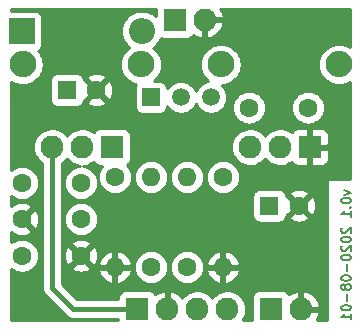
<source format=gbl>
%TF.GenerationSoftware,KiCad,Pcbnew,6.0.0+dfsg1-2*%
%TF.CreationDate,2022-01-11T20:37:32+02:00*%
%TF.ProjectId,los-fuelles,6c6f732d-6675-4656-9c6c-65732e6b6963,rev?*%
%TF.SameCoordinates,Original*%
%TF.FileFunction,Copper,L2,Bot*%
%TF.FilePolarity,Positive*%
%FSLAX46Y46*%
G04 Gerber Fmt 4.6, Leading zero omitted, Abs format (unit mm)*
G04 Created by KiCad (PCBNEW 6.0.0+dfsg1-2) date 2022-01-11 20:37:32*
%MOMM*%
%LPD*%
G01*
G04 APERTURE LIST*
%ADD10C,0.127000*%
%TA.AperFunction,NonConductor*%
%ADD11C,0.127000*%
%TD*%
%TA.AperFunction,ComponentPad*%
%ADD12C,1.600000*%
%TD*%
%TA.AperFunction,ComponentPad*%
%ADD13O,1.600000X1.600000*%
%TD*%
%TA.AperFunction,ComponentPad*%
%ADD14O,2.250000X2.250000*%
%TD*%
%TA.AperFunction,ComponentPad*%
%ADD15R,1.930400X1.930400*%
%TD*%
%TA.AperFunction,ComponentPad*%
%ADD16O,1.930400X1.930400*%
%TD*%
%TA.AperFunction,ComponentPad*%
%ADD17R,2.200000X2.200000*%
%TD*%
%TA.AperFunction,ComponentPad*%
%ADD18O,2.200000X2.200000*%
%TD*%
%TA.AperFunction,ComponentPad*%
%ADD19R,1.600000X1.600000*%
%TD*%
%TA.AperFunction,ComponentPad*%
%ADD20R,1.500000X1.500000*%
%TD*%
%TA.AperFunction,ComponentPad*%
%ADD21C,1.500000*%
%TD*%
%TA.AperFunction,Conductor*%
%ADD22C,0.381000*%
%TD*%
%TA.AperFunction,Conductor*%
%ADD23C,0.254000*%
%TD*%
G04 APERTURE END LIST*
D10*
D11*
X148469371Y-105004285D02*
X149002704Y-105194761D01*
X148469371Y-105385238D01*
X148202704Y-105842380D02*
X148202704Y-105918571D01*
X148240800Y-105994761D01*
X148278895Y-106032857D01*
X148355085Y-106070952D01*
X148507466Y-106109047D01*
X148697942Y-106109047D01*
X148850323Y-106070952D01*
X148926514Y-106032857D01*
X148964609Y-105994761D01*
X149002704Y-105918571D01*
X149002704Y-105842380D01*
X148964609Y-105766190D01*
X148926514Y-105728095D01*
X148850323Y-105690000D01*
X148697942Y-105651904D01*
X148507466Y-105651904D01*
X148355085Y-105690000D01*
X148278895Y-105728095D01*
X148240800Y-105766190D01*
X148202704Y-105842380D01*
X148926514Y-106451904D02*
X148964609Y-106490000D01*
X149002704Y-106451904D01*
X148964609Y-106413809D01*
X148926514Y-106451904D01*
X149002704Y-106451904D01*
X149002704Y-107251904D02*
X149002704Y-106794761D01*
X149002704Y-107023333D02*
X148202704Y-107023333D01*
X148316990Y-106947142D01*
X148393180Y-106870952D01*
X148431276Y-106794761D01*
X148278895Y-108166190D02*
X148240800Y-108204285D01*
X148202704Y-108280476D01*
X148202704Y-108470952D01*
X148240800Y-108547142D01*
X148278895Y-108585238D01*
X148355085Y-108623333D01*
X148431276Y-108623333D01*
X148545561Y-108585238D01*
X149002704Y-108128095D01*
X149002704Y-108623333D01*
X148202704Y-109118571D02*
X148202704Y-109194761D01*
X148240800Y-109270952D01*
X148278895Y-109309047D01*
X148355085Y-109347142D01*
X148507466Y-109385238D01*
X148697942Y-109385238D01*
X148850323Y-109347142D01*
X148926514Y-109309047D01*
X148964609Y-109270952D01*
X149002704Y-109194761D01*
X149002704Y-109118571D01*
X148964609Y-109042380D01*
X148926514Y-109004285D01*
X148850323Y-108966190D01*
X148697942Y-108928095D01*
X148507466Y-108928095D01*
X148355085Y-108966190D01*
X148278895Y-109004285D01*
X148240800Y-109042380D01*
X148202704Y-109118571D01*
X148278895Y-109690000D02*
X148240800Y-109728095D01*
X148202704Y-109804285D01*
X148202704Y-109994761D01*
X148240800Y-110070952D01*
X148278895Y-110109047D01*
X148355085Y-110147142D01*
X148431276Y-110147142D01*
X148545561Y-110109047D01*
X149002704Y-109651904D01*
X149002704Y-110147142D01*
X148202704Y-110642380D02*
X148202704Y-110718571D01*
X148240800Y-110794761D01*
X148278895Y-110832857D01*
X148355085Y-110870952D01*
X148507466Y-110909047D01*
X148697942Y-110909047D01*
X148850323Y-110870952D01*
X148926514Y-110832857D01*
X148964609Y-110794761D01*
X149002704Y-110718571D01*
X149002704Y-110642380D01*
X148964609Y-110566190D01*
X148926514Y-110528095D01*
X148850323Y-110490000D01*
X148697942Y-110451904D01*
X148507466Y-110451904D01*
X148355085Y-110490000D01*
X148278895Y-110528095D01*
X148240800Y-110566190D01*
X148202704Y-110642380D01*
X148697942Y-111251904D02*
X148697942Y-111861428D01*
X148202704Y-112394761D02*
X148202704Y-112470952D01*
X148240800Y-112547142D01*
X148278895Y-112585238D01*
X148355085Y-112623333D01*
X148507466Y-112661428D01*
X148697942Y-112661428D01*
X148850323Y-112623333D01*
X148926514Y-112585238D01*
X148964609Y-112547142D01*
X149002704Y-112470952D01*
X149002704Y-112394761D01*
X148964609Y-112318571D01*
X148926514Y-112280476D01*
X148850323Y-112242380D01*
X148697942Y-112204285D01*
X148507466Y-112204285D01*
X148355085Y-112242380D01*
X148278895Y-112280476D01*
X148240800Y-112318571D01*
X148202704Y-112394761D01*
X148545561Y-113118571D02*
X148507466Y-113042380D01*
X148469371Y-113004285D01*
X148393180Y-112966190D01*
X148355085Y-112966190D01*
X148278895Y-113004285D01*
X148240800Y-113042380D01*
X148202704Y-113118571D01*
X148202704Y-113270952D01*
X148240800Y-113347142D01*
X148278895Y-113385238D01*
X148355085Y-113423333D01*
X148393180Y-113423333D01*
X148469371Y-113385238D01*
X148507466Y-113347142D01*
X148545561Y-113270952D01*
X148545561Y-113118571D01*
X148583657Y-113042380D01*
X148621752Y-113004285D01*
X148697942Y-112966190D01*
X148850323Y-112966190D01*
X148926514Y-113004285D01*
X148964609Y-113042380D01*
X149002704Y-113118571D01*
X149002704Y-113270952D01*
X148964609Y-113347142D01*
X148926514Y-113385238D01*
X148850323Y-113423333D01*
X148697942Y-113423333D01*
X148621752Y-113385238D01*
X148583657Y-113347142D01*
X148545561Y-113270952D01*
X148697942Y-113766190D02*
X148697942Y-114375714D01*
X148202704Y-114909047D02*
X148202704Y-114985238D01*
X148240800Y-115061428D01*
X148278895Y-115099523D01*
X148355085Y-115137619D01*
X148507466Y-115175714D01*
X148697942Y-115175714D01*
X148850323Y-115137619D01*
X148926514Y-115099523D01*
X148964609Y-115061428D01*
X149002704Y-114985238D01*
X149002704Y-114909047D01*
X148964609Y-114832857D01*
X148926514Y-114794761D01*
X148850323Y-114756666D01*
X148697942Y-114718571D01*
X148507466Y-114718571D01*
X148355085Y-114756666D01*
X148278895Y-114794761D01*
X148240800Y-114832857D01*
X148202704Y-114909047D01*
X149002704Y-115937619D02*
X149002704Y-115480476D01*
X149002704Y-115709047D02*
X148202704Y-115709047D01*
X148316990Y-115632857D01*
X148393180Y-115556666D01*
X148431276Y-115480476D01*
D12*
%TO.P,C6,1*%
%TO.N,GND*%
X121158000Y-107442000D03*
%TO.P,C6,2*%
%TO.N,+9V*%
X126158000Y-107442000D03*
%TD*%
%TO.P,R3,1*%
%TO.N,+9V*%
X135128000Y-111506000D03*
D13*
%TO.P,R3,2*%
%TO.N,Net-(C4-Pad1)*%
X135128000Y-103886000D03*
%TD*%
D14*
%TO.P,RV1,*%
%TO.N,*%
X131238000Y-94346000D03*
X121238000Y-94346000D03*
D15*
%TO.P,RV1,1,1*%
%TO.N,Net-(R1-Pad1)*%
X128778000Y-101346000D03*
D16*
%TO.P,RV1,2,2*%
%TO.N,Net-(C1-Pad1)*%
X126238000Y-101346000D03*
%TO.P,RV1,3,3*%
%TO.N,IN*%
X123698000Y-101346000D03*
%TD*%
D12*
%TO.P,R2,1*%
%TO.N,Net-(C1-Pad2)*%
X132080000Y-111506000D03*
D13*
%TO.P,R2,2*%
%TO.N,Net-(Q1-Pad2)*%
X132080000Y-103886000D03*
%TD*%
D12*
%TO.P,C4,1*%
%TO.N,Net-(C4-Pad1)*%
X140385800Y-97993200D03*
%TO.P,C4,2*%
%TO.N,Net-(C4-Pad2)*%
X145385800Y-97993200D03*
%TD*%
%TO.P,C2,1*%
%TO.N,Net-(C1-Pad2)*%
X121158000Y-110540800D03*
%TO.P,C2,2*%
%TO.N,GND*%
X126158000Y-110540800D03*
%TD*%
%TO.P,R1,1*%
%TO.N,Net-(R1-Pad1)*%
X129032000Y-103886000D03*
D13*
%TO.P,R1,2*%
%TO.N,GND*%
X129032000Y-111506000D03*
%TD*%
D12*
%TO.P,C1,1*%
%TO.N,Net-(C1-Pad1)*%
X126161800Y-104368600D03*
%TO.P,C1,2*%
%TO.N,Net-(C1-Pad2)*%
X121161800Y-104368600D03*
%TD*%
D17*
%TO.P,D1,1,K*%
%TO.N,+9V*%
X121132600Y-91516200D03*
D18*
%TO.P,D1,2,A*%
%TO.N,Net-(D1-Pad2)*%
X131292600Y-91516200D03*
%TD*%
D19*
%TO.P,C3,1*%
%TO.N,Net-(C3-Pad1)*%
X142113000Y-106299000D03*
D12*
%TO.P,C3,2*%
%TO.N,GND*%
X144613000Y-106299000D03*
%TD*%
D19*
%TO.P,C5,1*%
%TO.N,+9V*%
X124968000Y-96520000D03*
D12*
%TO.P,C5,2*%
%TO.N,GND*%
X127468000Y-96520000D03*
%TD*%
D20*
%TO.P,Q2,1,E*%
%TO.N,Net-(C3-Pad1)*%
X132080000Y-97129600D03*
D21*
%TO.P,Q2,2,B*%
%TO.N,Net-(Q1-Pad1)*%
X134620000Y-97129600D03*
%TO.P,Q2,3,C*%
%TO.N,Net-(C4-Pad1)*%
X137160000Y-97129600D03*
%TD*%
D15*
%TO.P,J2,1*%
%TO.N,Net-(D1-Pad2)*%
X134112000Y-90576400D03*
D16*
%TO.P,J2,2*%
%TO.N,GND*%
X136652000Y-90576400D03*
%TD*%
D15*
%TO.P,J1,1*%
%TO.N,Net-(D1-Pad2)*%
X142240000Y-115062000D03*
D16*
%TO.P,J1,2*%
%TO.N,GND*%
X144780000Y-115062000D03*
%TD*%
D12*
%TO.P,R4,1*%
%TO.N,Net-(C3-Pad1)*%
X138176000Y-103886000D03*
D13*
%TO.P,R4,2*%
%TO.N,GND*%
X138176000Y-111506000D03*
%TD*%
D15*
%TO.P,J3,1,Pin_1*%
%TO.N,IN*%
X130911600Y-115062000D03*
D16*
%TO.P,J3,2,Pin_2*%
%TO.N,GND*%
X133451600Y-115062000D03*
%TO.P,J3,3,Pin_3*%
%TO.N,unconnected-(J3-Pad3)*%
X135991600Y-115062000D03*
%TO.P,J3,4,Pin_4*%
%TO.N,OUT*%
X138531600Y-115062000D03*
%TD*%
D14*
%TO.P,RV2,*%
%TO.N,*%
X148002000Y-94346000D03*
X138002000Y-94346000D03*
D15*
%TO.P,RV2,1,1*%
%TO.N,GND*%
X145542000Y-101346000D03*
D16*
%TO.P,RV2,2,2*%
%TO.N,OUT*%
X143002000Y-101346000D03*
%TO.P,RV2,3,3*%
%TO.N,Net-(C4-Pad2)*%
X140462000Y-101346000D03*
%TD*%
D22*
%TO.N,IN*%
X123698000Y-113258600D02*
X123698000Y-108991400D01*
X125501400Y-115062000D02*
X123698000Y-113258600D01*
X131064000Y-115062000D02*
X125501400Y-115062000D01*
X123698000Y-108991400D02*
X123698000Y-101346000D01*
%TD*%
%TO.N,GND*%
D23*
X132512300Y-90276904D02*
X132322807Y-90115061D01*
X132306811Y-90103439D01*
X132090937Y-89971151D01*
X132073320Y-89962175D01*
X131839409Y-89865286D01*
X131820605Y-89859176D01*
X131574417Y-89800072D01*
X131554889Y-89796979D01*
X131302486Y-89777114D01*
X131282714Y-89777114D01*
X131030311Y-89796979D01*
X131010783Y-89800072D01*
X130764595Y-89859176D01*
X130745791Y-89865286D01*
X130511880Y-89962175D01*
X130494263Y-89971151D01*
X130278389Y-90103439D01*
X130262393Y-90115061D01*
X130069871Y-90279491D01*
X130055891Y-90293471D01*
X129891461Y-90485993D01*
X129879839Y-90501989D01*
X129747551Y-90717863D01*
X129738575Y-90735480D01*
X129641686Y-90969391D01*
X129635576Y-90988195D01*
X129576472Y-91234383D01*
X129573379Y-91253911D01*
X129553514Y-91506314D01*
X129553514Y-91526086D01*
X129573379Y-91778489D01*
X129576472Y-91798017D01*
X129635576Y-92044205D01*
X129641686Y-92063009D01*
X129738575Y-92296920D01*
X129747551Y-92314537D01*
X129879839Y-92530411D01*
X129891461Y-92546407D01*
X130055891Y-92738929D01*
X130069871Y-92752909D01*
X130237117Y-92895751D01*
X130209049Y-92912951D01*
X130193054Y-92924573D01*
X129997539Y-93091558D01*
X129983558Y-93105539D01*
X129816573Y-93301054D01*
X129804951Y-93317049D01*
X129670607Y-93536278D01*
X129661631Y-93553895D01*
X129563236Y-93791442D01*
X129557126Y-93810246D01*
X129497103Y-94060260D01*
X129494010Y-94079788D01*
X129473837Y-94336114D01*
X129473837Y-94355886D01*
X129494010Y-94612212D01*
X129497103Y-94631740D01*
X129557126Y-94881754D01*
X129563236Y-94900558D01*
X129661631Y-95138105D01*
X129670607Y-95155722D01*
X129804951Y-95374951D01*
X129816573Y-95390946D01*
X129983558Y-95586461D01*
X129997539Y-95600442D01*
X130193054Y-95767427D01*
X130209049Y-95779049D01*
X130428278Y-95913393D01*
X130445895Y-95922369D01*
X130683442Y-96020764D01*
X130702246Y-96026874D01*
X130786267Y-96047046D01*
X130778559Y-96057330D01*
X130761403Y-96088665D01*
X130710273Y-96225054D01*
X130702992Y-96255676D01*
X130696237Y-96317858D01*
X130695500Y-96331466D01*
X130695500Y-97927734D01*
X130696237Y-97941342D01*
X130702992Y-98003524D01*
X130710273Y-98034146D01*
X130761403Y-98170535D01*
X130778559Y-98201870D01*
X130865913Y-98318426D01*
X130891174Y-98343687D01*
X131007730Y-98431041D01*
X131039065Y-98448197D01*
X131175454Y-98499327D01*
X131206076Y-98506608D01*
X131268258Y-98513363D01*
X131281866Y-98514100D01*
X132878134Y-98514100D01*
X132891742Y-98513363D01*
X132953924Y-98506608D01*
X132984546Y-98499327D01*
X133120935Y-98448197D01*
X133152270Y-98431041D01*
X133268826Y-98343687D01*
X133294087Y-98318426D01*
X133381441Y-98201870D01*
X133398597Y-98170535D01*
X133449727Y-98034146D01*
X133457008Y-98003524D01*
X133463763Y-97941342D01*
X133464500Y-97927734D01*
X133464500Y-97893176D01*
X133549038Y-98013909D01*
X133563156Y-98030733D01*
X133718867Y-98186444D01*
X133735691Y-98200562D01*
X133916075Y-98326869D01*
X133935096Y-98337851D01*
X134134674Y-98430915D01*
X134155312Y-98438427D01*
X134368017Y-98495422D01*
X134389648Y-98499236D01*
X134609019Y-98518428D01*
X134630981Y-98518428D01*
X134850352Y-98499236D01*
X134871983Y-98495422D01*
X135084688Y-98438427D01*
X135105326Y-98430915D01*
X135304904Y-98337851D01*
X135323925Y-98326869D01*
X135504309Y-98200562D01*
X135521133Y-98186444D01*
X135676844Y-98030733D01*
X135690962Y-98013909D01*
X135817269Y-97833524D01*
X135828251Y-97814503D01*
X135890000Y-97682081D01*
X135951749Y-97814503D01*
X135962731Y-97833524D01*
X136089038Y-98013909D01*
X136103156Y-98030733D01*
X136258867Y-98186444D01*
X136275691Y-98200562D01*
X136456075Y-98326869D01*
X136475096Y-98337851D01*
X136674674Y-98430915D01*
X136695312Y-98438427D01*
X136908017Y-98495422D01*
X136929648Y-98499236D01*
X137149019Y-98518428D01*
X137170981Y-98518428D01*
X137390352Y-98499236D01*
X137411983Y-98495422D01*
X137624688Y-98438427D01*
X137645326Y-98430915D01*
X137844904Y-98337851D01*
X137863925Y-98326869D01*
X138044309Y-98200562D01*
X138061133Y-98186444D01*
X138216844Y-98030733D01*
X138230962Y-98013909D01*
X138237773Y-98004182D01*
X138946781Y-98004182D01*
X138966736Y-98232269D01*
X138970550Y-98253898D01*
X139029809Y-98475054D01*
X139037321Y-98495693D01*
X139134082Y-98703199D01*
X139145064Y-98722220D01*
X139276389Y-98909771D01*
X139290507Y-98926595D01*
X139452405Y-99088493D01*
X139469229Y-99102611D01*
X139656780Y-99233936D01*
X139675801Y-99244918D01*
X139883307Y-99341679D01*
X139903946Y-99349191D01*
X140125102Y-99408450D01*
X140146731Y-99412264D01*
X140374818Y-99432219D01*
X140396782Y-99432219D01*
X140624869Y-99412264D01*
X140646498Y-99408450D01*
X140867654Y-99349191D01*
X140888293Y-99341679D01*
X141095799Y-99244918D01*
X141114820Y-99233936D01*
X141302371Y-99102611D01*
X141319195Y-99088493D01*
X141481093Y-98926595D01*
X141495211Y-98909771D01*
X141626536Y-98722220D01*
X141637518Y-98703199D01*
X141734279Y-98495693D01*
X141741791Y-98475054D01*
X141801050Y-98253898D01*
X141804864Y-98232269D01*
X141824819Y-98004182D01*
X143946781Y-98004182D01*
X143966736Y-98232269D01*
X143970550Y-98253898D01*
X144029809Y-98475054D01*
X144037321Y-98495693D01*
X144134082Y-98703199D01*
X144145064Y-98722220D01*
X144276389Y-98909771D01*
X144290507Y-98926595D01*
X144452405Y-99088493D01*
X144469229Y-99102611D01*
X144656780Y-99233936D01*
X144675801Y-99244918D01*
X144883307Y-99341679D01*
X144903946Y-99349191D01*
X145125102Y-99408450D01*
X145146731Y-99412264D01*
X145374818Y-99432219D01*
X145396782Y-99432219D01*
X145624869Y-99412264D01*
X145646498Y-99408450D01*
X145867654Y-99349191D01*
X145888293Y-99341679D01*
X146095799Y-99244918D01*
X146114820Y-99233936D01*
X146302371Y-99102611D01*
X146319195Y-99088493D01*
X146481093Y-98926595D01*
X146495211Y-98909771D01*
X146626536Y-98722220D01*
X146637518Y-98703199D01*
X146734279Y-98495693D01*
X146741791Y-98475054D01*
X146801050Y-98253898D01*
X146804864Y-98232269D01*
X146824819Y-98004182D01*
X146824819Y-97982218D01*
X146804864Y-97754131D01*
X146801050Y-97732502D01*
X146741791Y-97511346D01*
X146734279Y-97490707D01*
X146637518Y-97283201D01*
X146626536Y-97264180D01*
X146495211Y-97076629D01*
X146481093Y-97059805D01*
X146319195Y-96897907D01*
X146302371Y-96883789D01*
X146114820Y-96752464D01*
X146095799Y-96741482D01*
X145888293Y-96644721D01*
X145867654Y-96637209D01*
X145646498Y-96577950D01*
X145624869Y-96574136D01*
X145396782Y-96554181D01*
X145374818Y-96554181D01*
X145146731Y-96574136D01*
X145125102Y-96577950D01*
X144903946Y-96637209D01*
X144883307Y-96644721D01*
X144675801Y-96741482D01*
X144656780Y-96752464D01*
X144469229Y-96883789D01*
X144452405Y-96897907D01*
X144290507Y-97059805D01*
X144276389Y-97076629D01*
X144145064Y-97264180D01*
X144134082Y-97283201D01*
X144037321Y-97490707D01*
X144029809Y-97511346D01*
X143970550Y-97732502D01*
X143966736Y-97754131D01*
X143946781Y-97982218D01*
X143946781Y-98004182D01*
X141824819Y-98004182D01*
X141824819Y-97982218D01*
X141804864Y-97754131D01*
X141801050Y-97732502D01*
X141741791Y-97511346D01*
X141734279Y-97490707D01*
X141637518Y-97283201D01*
X141626536Y-97264180D01*
X141495211Y-97076629D01*
X141481093Y-97059805D01*
X141319195Y-96897907D01*
X141302371Y-96883789D01*
X141114820Y-96752464D01*
X141095799Y-96741482D01*
X140888293Y-96644721D01*
X140867654Y-96637209D01*
X140646498Y-96577950D01*
X140624869Y-96574136D01*
X140396782Y-96554181D01*
X140374818Y-96554181D01*
X140146731Y-96574136D01*
X140125102Y-96577950D01*
X139903946Y-96637209D01*
X139883307Y-96644721D01*
X139675801Y-96741482D01*
X139656780Y-96752464D01*
X139469229Y-96883789D01*
X139452405Y-96897907D01*
X139290507Y-97059805D01*
X139276389Y-97076629D01*
X139145064Y-97264180D01*
X139134082Y-97283201D01*
X139037321Y-97490707D01*
X139029809Y-97511346D01*
X138970550Y-97732502D01*
X138966736Y-97754131D01*
X138946781Y-97982218D01*
X138946781Y-98004182D01*
X138237773Y-98004182D01*
X138357269Y-97833524D01*
X138368251Y-97814503D01*
X138461315Y-97614926D01*
X138468827Y-97594288D01*
X138525822Y-97381583D01*
X138529636Y-97359952D01*
X138548828Y-97140581D01*
X138548828Y-97118619D01*
X138529636Y-96899248D01*
X138525822Y-96877617D01*
X138468827Y-96664912D01*
X138461315Y-96644274D01*
X138368251Y-96444697D01*
X138357269Y-96425676D01*
X138230962Y-96245291D01*
X138216844Y-96228467D01*
X138092218Y-96103841D01*
X138268212Y-96089990D01*
X138287740Y-96086897D01*
X138537754Y-96026874D01*
X138556558Y-96020764D01*
X138794105Y-95922369D01*
X138811722Y-95913393D01*
X139030951Y-95779049D01*
X139046946Y-95767427D01*
X139242461Y-95600442D01*
X139256442Y-95586461D01*
X139423427Y-95390946D01*
X139435049Y-95374951D01*
X139569393Y-95155722D01*
X139578369Y-95138105D01*
X139676764Y-94900558D01*
X139682874Y-94881754D01*
X139742897Y-94631740D01*
X139745990Y-94612212D01*
X139766163Y-94355886D01*
X139766163Y-94336114D01*
X139745990Y-94079788D01*
X139742897Y-94060260D01*
X139682874Y-93810246D01*
X139676764Y-93791442D01*
X139578369Y-93553895D01*
X139569393Y-93536278D01*
X139435049Y-93317049D01*
X139423427Y-93301054D01*
X139256442Y-93105539D01*
X139242461Y-93091558D01*
X139046946Y-92924573D01*
X139030951Y-92912951D01*
X138811722Y-92778607D01*
X138794105Y-92769631D01*
X138556558Y-92671236D01*
X138537754Y-92665126D01*
X138287740Y-92605103D01*
X138268212Y-92602010D01*
X138011886Y-92581837D01*
X137992114Y-92581837D01*
X137735788Y-92602010D01*
X137716260Y-92605103D01*
X137466246Y-92665126D01*
X137447442Y-92671236D01*
X137209895Y-92769631D01*
X137192278Y-92778607D01*
X136973049Y-92912951D01*
X136957054Y-92924573D01*
X136761539Y-93091558D01*
X136747558Y-93105539D01*
X136580573Y-93301054D01*
X136568951Y-93317049D01*
X136434607Y-93536278D01*
X136425631Y-93553895D01*
X136327236Y-93791442D01*
X136321126Y-93810246D01*
X136261103Y-94060260D01*
X136258010Y-94079788D01*
X136237837Y-94336114D01*
X136237837Y-94355886D01*
X136258010Y-94612212D01*
X136261103Y-94631740D01*
X136321126Y-94881754D01*
X136327236Y-94900558D01*
X136425631Y-95138105D01*
X136434607Y-95155722D01*
X136568951Y-95374951D01*
X136580573Y-95390946D01*
X136747558Y-95586461D01*
X136761539Y-95600442D01*
X136946581Y-95758483D01*
X136929648Y-95759964D01*
X136908017Y-95763778D01*
X136695312Y-95820773D01*
X136674674Y-95828285D01*
X136475097Y-95921349D01*
X136456076Y-95932331D01*
X136275691Y-96058638D01*
X136258867Y-96072756D01*
X136103156Y-96228467D01*
X136089038Y-96245291D01*
X135962731Y-96425676D01*
X135951749Y-96444697D01*
X135890000Y-96577119D01*
X135828251Y-96444697D01*
X135817269Y-96425676D01*
X135690962Y-96245291D01*
X135676844Y-96228467D01*
X135521133Y-96072756D01*
X135504309Y-96058638D01*
X135323925Y-95932331D01*
X135304904Y-95921349D01*
X135105326Y-95828285D01*
X135084688Y-95820773D01*
X134871983Y-95763778D01*
X134850352Y-95759964D01*
X134630981Y-95740772D01*
X134609019Y-95740772D01*
X134389648Y-95759964D01*
X134368017Y-95763778D01*
X134155312Y-95820773D01*
X134134674Y-95828285D01*
X133935097Y-95921349D01*
X133916076Y-95932331D01*
X133735691Y-96058638D01*
X133718867Y-96072756D01*
X133563156Y-96228467D01*
X133549038Y-96245291D01*
X133464500Y-96366024D01*
X133464500Y-96331466D01*
X133463763Y-96317858D01*
X133457008Y-96255676D01*
X133449727Y-96225054D01*
X133398597Y-96088665D01*
X133381441Y-96057330D01*
X133294087Y-95940774D01*
X133268826Y-95915513D01*
X133152270Y-95828159D01*
X133120935Y-95811003D01*
X132984546Y-95759873D01*
X132953924Y-95752592D01*
X132891742Y-95745837D01*
X132878134Y-95745100D01*
X132309088Y-95745100D01*
X132478461Y-95600442D01*
X132492442Y-95586461D01*
X132659427Y-95390946D01*
X132671049Y-95374951D01*
X132805393Y-95155722D01*
X132814369Y-95138105D01*
X132912764Y-94900558D01*
X132918874Y-94881754D01*
X132978897Y-94631740D01*
X132981990Y-94612212D01*
X133002163Y-94355886D01*
X133002163Y-94336114D01*
X132981990Y-94079788D01*
X132978897Y-94060260D01*
X132918874Y-93810246D01*
X132912764Y-93791442D01*
X132814369Y-93553895D01*
X132805393Y-93536278D01*
X132671049Y-93317049D01*
X132659427Y-93301054D01*
X132492442Y-93105539D01*
X132478461Y-93091558D01*
X132295907Y-92935643D01*
X132306811Y-92928961D01*
X132322807Y-92917339D01*
X132515329Y-92752909D01*
X132529309Y-92738929D01*
X132693739Y-92546407D01*
X132705361Y-92530411D01*
X132837649Y-92314537D01*
X132846625Y-92296920D01*
X132914814Y-92132296D01*
X132992254Y-92161327D01*
X133022876Y-92168608D01*
X133085058Y-92175363D01*
X133098666Y-92176100D01*
X135125334Y-92176100D01*
X135138942Y-92175363D01*
X135201124Y-92168608D01*
X135231746Y-92161327D01*
X135368135Y-92110197D01*
X135399470Y-92093041D01*
X135516026Y-92005687D01*
X135541287Y-91980426D01*
X135628641Y-91863870D01*
X135645797Y-91832535D01*
X135649484Y-91822701D01*
X135723626Y-91884255D01*
X135740541Y-91896099D01*
X135949700Y-92018321D01*
X135968321Y-92027243D01*
X136194633Y-92113663D01*
X136214461Y-92119423D01*
X136372879Y-92151654D01*
X136443620Y-92145635D01*
X136499877Y-92102326D01*
X136523789Y-92035477D01*
X136523971Y-92029180D01*
X136780000Y-92029180D01*
X136800002Y-92097301D01*
X136853658Y-92143794D01*
X136922011Y-92154159D01*
X136975356Y-92147325D01*
X136995553Y-92143032D01*
X137227587Y-92073418D01*
X137246811Y-92065884D01*
X137464359Y-91959309D01*
X137482096Y-91948735D01*
X137679316Y-91808059D01*
X137695087Y-91794732D01*
X137866683Y-91623734D01*
X137880065Y-91608009D01*
X138021429Y-91411281D01*
X138032064Y-91393582D01*
X138139398Y-91176407D01*
X138146999Y-91157209D01*
X138217422Y-90925420D01*
X138221786Y-90905237D01*
X138229473Y-90846846D01*
X138218533Y-90776697D01*
X138171405Y-90723599D01*
X138104551Y-90704400D01*
X136906000Y-90704400D01*
X136837879Y-90724402D01*
X136791386Y-90778058D01*
X136780000Y-90830400D01*
X136780000Y-92029180D01*
X136523971Y-92029180D01*
X136524000Y-92028184D01*
X136524000Y-90448400D01*
X138107243Y-90448400D01*
X138175364Y-90428398D01*
X138221857Y-90374742D01*
X138231961Y-90304468D01*
X138229447Y-90291705D01*
X138173587Y-90069316D01*
X138166933Y-90049769D01*
X138070336Y-89827610D01*
X138060578Y-89809412D01*
X137964565Y-89661000D01*
X148972000Y-89661000D01*
X148972000Y-92876826D01*
X148811722Y-92778607D01*
X148794105Y-92769631D01*
X148556558Y-92671236D01*
X148537754Y-92665126D01*
X148287740Y-92605103D01*
X148268212Y-92602010D01*
X148011886Y-92581837D01*
X147992114Y-92581837D01*
X147735788Y-92602010D01*
X147716260Y-92605103D01*
X147466246Y-92665126D01*
X147447442Y-92671236D01*
X147209895Y-92769631D01*
X147192278Y-92778607D01*
X146973049Y-92912951D01*
X146957054Y-92924573D01*
X146761539Y-93091558D01*
X146747558Y-93105539D01*
X146580573Y-93301054D01*
X146568951Y-93317049D01*
X146434607Y-93536278D01*
X146425631Y-93553895D01*
X146327236Y-93791442D01*
X146321126Y-93810246D01*
X146261103Y-94060260D01*
X146258010Y-94079788D01*
X146237837Y-94336114D01*
X146237837Y-94355886D01*
X146258010Y-94612212D01*
X146261103Y-94631740D01*
X146321126Y-94881754D01*
X146327236Y-94900558D01*
X146425631Y-95138105D01*
X146434607Y-95155722D01*
X146568951Y-95374951D01*
X146580573Y-95390946D01*
X146747558Y-95586461D01*
X146761539Y-95600442D01*
X146957054Y-95767427D01*
X146973049Y-95779049D01*
X147192278Y-95913393D01*
X147209895Y-95922369D01*
X147447442Y-96020764D01*
X147466246Y-96026874D01*
X147716260Y-96086897D01*
X147735788Y-96089990D01*
X147992114Y-96110163D01*
X148011886Y-96110163D01*
X148268212Y-96089990D01*
X148287740Y-96086897D01*
X148537754Y-96026874D01*
X148556558Y-96020764D01*
X148794105Y-95922369D01*
X148811722Y-95913393D01*
X148972000Y-95815174D01*
X148972000Y-104042500D01*
X147148300Y-104042500D01*
X147080179Y-104062502D01*
X147033686Y-104116158D01*
X147022300Y-104168500D01*
X147022300Y-115952000D01*
X146109822Y-115952000D01*
X146149429Y-115896881D01*
X146160064Y-115879182D01*
X146267398Y-115662007D01*
X146274999Y-115642809D01*
X146345422Y-115411020D01*
X146349786Y-115390837D01*
X146357473Y-115332446D01*
X146346533Y-115262297D01*
X146299405Y-115209199D01*
X146232551Y-115190000D01*
X144652000Y-115190000D01*
X144652000Y-114808000D01*
X144908000Y-114808000D01*
X144928002Y-114876121D01*
X144981658Y-114922614D01*
X145034000Y-114934000D01*
X146235243Y-114934000D01*
X146303364Y-114913998D01*
X146349857Y-114860342D01*
X146359961Y-114790068D01*
X146357447Y-114777305D01*
X146301587Y-114554916D01*
X146294933Y-114535369D01*
X146198336Y-114313210D01*
X146188578Y-114295012D01*
X146056993Y-114091614D01*
X146044395Y-114075255D01*
X145881357Y-113896078D01*
X145866255Y-113881995D01*
X145676143Y-113731853D01*
X145658945Y-113720426D01*
X145446862Y-113603350D01*
X145428028Y-113594886D01*
X145199672Y-113514021D01*
X145179708Y-113508746D01*
X145056096Y-113486728D01*
X144985523Y-113494475D01*
X144930341Y-113539146D01*
X144908000Y-113610776D01*
X144908000Y-114808000D01*
X144652000Y-114808000D01*
X144652000Y-113610440D01*
X144631998Y-113542319D01*
X144578342Y-113495826D01*
X144506941Y-113485890D01*
X144418360Y-113499445D01*
X144398274Y-113504230D01*
X144168010Y-113579492D01*
X144148975Y-113587494D01*
X143934096Y-113699353D01*
X143916623Y-113710356D01*
X143777228Y-113815017D01*
X143773797Y-113805865D01*
X143756641Y-113774530D01*
X143669287Y-113657974D01*
X143644026Y-113632713D01*
X143527470Y-113545359D01*
X143496135Y-113528203D01*
X143359746Y-113477073D01*
X143329124Y-113469792D01*
X143266942Y-113463037D01*
X143253334Y-113462300D01*
X141226666Y-113462300D01*
X141213058Y-113463037D01*
X141150876Y-113469792D01*
X141120254Y-113477073D01*
X140983865Y-113528203D01*
X140952530Y-113545359D01*
X140835974Y-113632713D01*
X140810713Y-113657974D01*
X140723359Y-113774530D01*
X140706203Y-113805865D01*
X140655073Y-113942254D01*
X140647792Y-113972876D01*
X140641037Y-114035058D01*
X140640300Y-114048666D01*
X140640300Y-115952000D01*
X139862039Y-115952000D01*
X139901460Y-115897139D01*
X139912094Y-115879440D01*
X140019465Y-115662192D01*
X140027066Y-115642994D01*
X140097513Y-115411126D01*
X140101877Y-115390943D01*
X140133508Y-115150683D01*
X140134548Y-115137315D01*
X140136313Y-115065078D01*
X140135927Y-115051676D01*
X140116071Y-114810158D01*
X140112699Y-114789787D01*
X140053663Y-114554754D01*
X140047008Y-114535206D01*
X139950377Y-114312972D01*
X139940620Y-114294775D01*
X139808991Y-114091307D01*
X139796393Y-114074947D01*
X139633300Y-113895710D01*
X139618198Y-113881628D01*
X139428020Y-113731435D01*
X139410822Y-113720009D01*
X139198668Y-113602893D01*
X139179833Y-113594428D01*
X138951400Y-113513536D01*
X138931437Y-113508262D01*
X138692859Y-113465765D01*
X138672303Y-113463821D01*
X138429988Y-113460860D01*
X138409389Y-113462301D01*
X138169844Y-113498957D01*
X138149758Y-113503742D01*
X137919416Y-113579029D01*
X137900381Y-113587031D01*
X137685429Y-113698928D01*
X137667956Y-113709931D01*
X137474165Y-113855433D01*
X137458724Y-113869142D01*
X137291301Y-114044341D01*
X137278307Y-114060388D01*
X137262747Y-114083198D01*
X137256393Y-114074947D01*
X137093300Y-113895710D01*
X137078198Y-113881628D01*
X136888020Y-113731435D01*
X136870822Y-113720009D01*
X136658668Y-113602893D01*
X136639833Y-113594428D01*
X136411400Y-113513536D01*
X136391437Y-113508262D01*
X136152859Y-113465765D01*
X136132303Y-113463821D01*
X135889988Y-113460860D01*
X135869389Y-113462301D01*
X135629844Y-113498957D01*
X135609758Y-113503742D01*
X135379416Y-113579029D01*
X135360381Y-113587031D01*
X135145429Y-113698928D01*
X135127956Y-113709931D01*
X134934165Y-113855433D01*
X134918724Y-113869142D01*
X134751301Y-114044341D01*
X134738306Y-114060388D01*
X134722448Y-114083634D01*
X134715995Y-114075255D01*
X134552957Y-113896078D01*
X134537855Y-113881995D01*
X134347743Y-113731853D01*
X134330545Y-113720426D01*
X134118462Y-113603350D01*
X134099628Y-113594886D01*
X133871272Y-113514021D01*
X133851308Y-113508746D01*
X133727696Y-113486728D01*
X133657123Y-113494475D01*
X133601941Y-113539146D01*
X133579600Y-113610776D01*
X133579600Y-115190000D01*
X133323600Y-115190000D01*
X133323600Y-113610440D01*
X133303598Y-113542319D01*
X133249942Y-113495826D01*
X133178541Y-113485890D01*
X133089960Y-113499445D01*
X133069874Y-113504230D01*
X132839610Y-113579492D01*
X132820575Y-113587494D01*
X132605696Y-113699353D01*
X132588223Y-113710356D01*
X132448828Y-113815017D01*
X132445397Y-113805865D01*
X132428241Y-113774530D01*
X132340887Y-113657974D01*
X132315626Y-113632713D01*
X132199070Y-113545359D01*
X132167735Y-113528203D01*
X132031346Y-113477073D01*
X132000724Y-113469792D01*
X131938542Y-113463037D01*
X131924934Y-113462300D01*
X129898266Y-113462300D01*
X129884658Y-113463037D01*
X129822476Y-113469792D01*
X129791854Y-113477073D01*
X129655465Y-113528203D01*
X129624130Y-113545359D01*
X129507574Y-113632713D01*
X129482313Y-113657974D01*
X129394959Y-113774530D01*
X129377803Y-113805865D01*
X129326673Y-113942254D01*
X129319392Y-113972876D01*
X129312637Y-114035058D01*
X129311900Y-114048666D01*
X129311900Y-114237000D01*
X125843125Y-114237000D01*
X124523000Y-112916875D01*
X124523000Y-111601116D01*
X125306990Y-111601116D01*
X125312055Y-111671931D01*
X125357840Y-111731112D01*
X125429231Y-111781101D01*
X125448252Y-111792083D01*
X125655679Y-111888808D01*
X125676318Y-111896320D01*
X125897390Y-111955556D01*
X125919020Y-111959370D01*
X126147019Y-111979317D01*
X126168981Y-111979317D01*
X126396980Y-111959370D01*
X126418610Y-111955556D01*
X126639682Y-111896320D01*
X126660321Y-111888808D01*
X126867748Y-111792083D01*
X126886769Y-111781101D01*
X126891295Y-111777932D01*
X127621200Y-111777932D01*
X127624211Y-111792611D01*
X127676480Y-111987682D01*
X127683992Y-112008321D01*
X127780717Y-112215748D01*
X127791699Y-112234769D01*
X127922974Y-112422249D01*
X127937092Y-112439073D01*
X128098927Y-112600908D01*
X128115751Y-112615026D01*
X128303231Y-112746301D01*
X128322252Y-112757283D01*
X128529679Y-112854008D01*
X128550318Y-112861520D01*
X128745389Y-112913789D01*
X128816365Y-112912099D01*
X128875161Y-112872305D01*
X128903109Y-112807041D01*
X128904000Y-112792082D01*
X129160000Y-112792082D01*
X129180002Y-112860203D01*
X129233658Y-112906696D01*
X129303932Y-112916800D01*
X129318611Y-112913789D01*
X129513682Y-112861520D01*
X129534321Y-112854008D01*
X129741748Y-112757283D01*
X129760769Y-112746301D01*
X129948249Y-112615026D01*
X129965073Y-112600908D01*
X130126908Y-112439073D01*
X130141026Y-112422249D01*
X130272301Y-112234769D01*
X130283283Y-112215748D01*
X130380008Y-112008321D01*
X130387520Y-111987682D01*
X130439789Y-111792611D01*
X130438099Y-111721635D01*
X130398305Y-111662839D01*
X130333041Y-111634891D01*
X130318082Y-111634000D01*
X129286000Y-111634000D01*
X129217879Y-111654002D01*
X129171386Y-111707658D01*
X129160000Y-111760000D01*
X129160000Y-112792082D01*
X128904000Y-112792082D01*
X128904000Y-111760000D01*
X128883998Y-111691879D01*
X128830342Y-111645386D01*
X128778000Y-111634000D01*
X127745918Y-111634000D01*
X127677797Y-111654002D01*
X127631304Y-111707658D01*
X127621200Y-111777932D01*
X126891295Y-111777932D01*
X126958160Y-111731112D01*
X127002488Y-111675654D01*
X127009797Y-111605035D01*
X126974984Y-111538804D01*
X126953162Y-111516982D01*
X130640981Y-111516982D01*
X130660936Y-111745069D01*
X130664750Y-111766698D01*
X130724009Y-111987854D01*
X130731521Y-112008493D01*
X130828282Y-112215999D01*
X130839264Y-112235020D01*
X130970589Y-112422571D01*
X130984707Y-112439395D01*
X131146605Y-112601293D01*
X131163429Y-112615411D01*
X131350980Y-112746736D01*
X131370001Y-112757718D01*
X131577507Y-112854479D01*
X131598146Y-112861991D01*
X131819302Y-112921250D01*
X131840931Y-112925064D01*
X132069018Y-112945019D01*
X132090982Y-112945019D01*
X132319069Y-112925064D01*
X132340698Y-112921250D01*
X132561854Y-112861991D01*
X132582493Y-112854479D01*
X132789999Y-112757718D01*
X132809020Y-112746736D01*
X132996571Y-112615411D01*
X133013395Y-112601293D01*
X133175293Y-112439395D01*
X133189411Y-112422571D01*
X133320736Y-112235020D01*
X133331718Y-112215999D01*
X133428479Y-112008493D01*
X133435991Y-111987854D01*
X133495250Y-111766698D01*
X133499064Y-111745069D01*
X133519019Y-111516982D01*
X133688981Y-111516982D01*
X133708936Y-111745069D01*
X133712750Y-111766698D01*
X133772009Y-111987854D01*
X133779521Y-112008493D01*
X133876282Y-112215999D01*
X133887264Y-112235020D01*
X134018589Y-112422571D01*
X134032707Y-112439395D01*
X134194605Y-112601293D01*
X134211429Y-112615411D01*
X134398980Y-112746736D01*
X134418001Y-112757718D01*
X134625507Y-112854479D01*
X134646146Y-112861991D01*
X134867302Y-112921250D01*
X134888931Y-112925064D01*
X135117018Y-112945019D01*
X135138982Y-112945019D01*
X135367069Y-112925064D01*
X135388698Y-112921250D01*
X135609854Y-112861991D01*
X135630493Y-112854479D01*
X135837999Y-112757718D01*
X135857020Y-112746736D01*
X136044571Y-112615411D01*
X136061395Y-112601293D01*
X136223293Y-112439395D01*
X136237411Y-112422571D01*
X136368736Y-112235020D01*
X136379718Y-112215999D01*
X136476479Y-112008493D01*
X136483991Y-111987854D01*
X136540240Y-111777932D01*
X136765200Y-111777932D01*
X136768211Y-111792611D01*
X136820480Y-111987682D01*
X136827992Y-112008321D01*
X136924717Y-112215748D01*
X136935699Y-112234769D01*
X137066974Y-112422249D01*
X137081092Y-112439073D01*
X137242927Y-112600908D01*
X137259751Y-112615026D01*
X137447231Y-112746301D01*
X137466252Y-112757283D01*
X137673679Y-112854008D01*
X137694318Y-112861520D01*
X137889389Y-112913789D01*
X137960365Y-112912099D01*
X138019161Y-112872305D01*
X138047109Y-112807041D01*
X138048000Y-112792082D01*
X138304000Y-112792082D01*
X138324002Y-112860203D01*
X138377658Y-112906696D01*
X138447932Y-112916800D01*
X138462611Y-112913789D01*
X138657682Y-112861520D01*
X138678321Y-112854008D01*
X138885748Y-112757283D01*
X138904769Y-112746301D01*
X139092249Y-112615026D01*
X139109073Y-112600908D01*
X139270908Y-112439073D01*
X139285026Y-112422249D01*
X139416301Y-112234769D01*
X139427283Y-112215748D01*
X139524008Y-112008321D01*
X139531520Y-111987682D01*
X139583789Y-111792611D01*
X139582099Y-111721635D01*
X139542305Y-111662839D01*
X139477041Y-111634891D01*
X139462082Y-111634000D01*
X138430000Y-111634000D01*
X138361879Y-111654002D01*
X138315386Y-111707658D01*
X138304000Y-111760000D01*
X138304000Y-112792082D01*
X138048000Y-112792082D01*
X138048000Y-111760000D01*
X138027998Y-111691879D01*
X137974342Y-111645386D01*
X137922000Y-111634000D01*
X136889918Y-111634000D01*
X136821797Y-111654002D01*
X136775304Y-111707658D01*
X136765200Y-111777932D01*
X136540240Y-111777932D01*
X136543250Y-111766698D01*
X136547064Y-111745069D01*
X136567019Y-111516982D01*
X136567019Y-111495018D01*
X136547064Y-111266931D01*
X136543250Y-111245302D01*
X136536307Y-111219389D01*
X136768211Y-111219389D01*
X136769901Y-111290365D01*
X136809695Y-111349161D01*
X136874959Y-111377109D01*
X136889918Y-111378000D01*
X137922000Y-111378000D01*
X137990121Y-111357998D01*
X138036614Y-111304342D01*
X138048000Y-111252000D01*
X138304000Y-111252000D01*
X138324002Y-111320121D01*
X138377658Y-111366614D01*
X138430000Y-111378000D01*
X139462082Y-111378000D01*
X139530203Y-111357998D01*
X139576696Y-111304342D01*
X139586800Y-111234068D01*
X139583789Y-111219389D01*
X139531520Y-111024318D01*
X139524008Y-111003679D01*
X139427283Y-110796252D01*
X139416301Y-110777231D01*
X139285026Y-110589751D01*
X139270908Y-110572927D01*
X139109073Y-110411092D01*
X139092249Y-110396974D01*
X138904769Y-110265699D01*
X138885748Y-110254717D01*
X138678321Y-110157992D01*
X138657682Y-110150480D01*
X138462611Y-110098211D01*
X138391635Y-110099901D01*
X138332839Y-110139695D01*
X138304891Y-110204959D01*
X138304000Y-110219918D01*
X138304000Y-111252000D01*
X138048000Y-111252000D01*
X138048000Y-110219918D01*
X138027998Y-110151797D01*
X137974342Y-110105304D01*
X137904068Y-110095200D01*
X137889389Y-110098211D01*
X137694318Y-110150480D01*
X137673679Y-110157992D01*
X137466252Y-110254717D01*
X137447231Y-110265699D01*
X137259751Y-110396974D01*
X137242927Y-110411092D01*
X137081092Y-110572927D01*
X137066974Y-110589751D01*
X136935699Y-110777231D01*
X136924717Y-110796252D01*
X136827992Y-111003679D01*
X136820480Y-111024318D01*
X136768211Y-111219389D01*
X136536307Y-111219389D01*
X136483991Y-111024146D01*
X136476479Y-111003507D01*
X136379718Y-110796001D01*
X136368736Y-110776980D01*
X136237411Y-110589429D01*
X136223293Y-110572605D01*
X136061395Y-110410707D01*
X136044571Y-110396589D01*
X135857020Y-110265264D01*
X135837999Y-110254282D01*
X135630493Y-110157521D01*
X135609854Y-110150009D01*
X135388698Y-110090750D01*
X135367069Y-110086936D01*
X135138982Y-110066981D01*
X135117018Y-110066981D01*
X134888931Y-110086936D01*
X134867302Y-110090750D01*
X134646146Y-110150009D01*
X134625507Y-110157521D01*
X134418001Y-110254282D01*
X134398980Y-110265264D01*
X134211429Y-110396589D01*
X134194605Y-110410707D01*
X134032707Y-110572605D01*
X134018589Y-110589429D01*
X133887264Y-110776980D01*
X133876282Y-110796001D01*
X133779521Y-111003507D01*
X133772009Y-111024146D01*
X133712750Y-111245302D01*
X133708936Y-111266931D01*
X133688981Y-111495018D01*
X133688981Y-111516982D01*
X133519019Y-111516982D01*
X133519019Y-111495018D01*
X133499064Y-111266931D01*
X133495250Y-111245302D01*
X133435991Y-111024146D01*
X133428479Y-111003507D01*
X133331718Y-110796001D01*
X133320736Y-110776980D01*
X133189411Y-110589429D01*
X133175293Y-110572605D01*
X133013395Y-110410707D01*
X132996571Y-110396589D01*
X132809020Y-110265264D01*
X132789999Y-110254282D01*
X132582493Y-110157521D01*
X132561854Y-110150009D01*
X132340698Y-110090750D01*
X132319069Y-110086936D01*
X132090982Y-110066981D01*
X132069018Y-110066981D01*
X131840931Y-110086936D01*
X131819302Y-110090750D01*
X131598146Y-110150009D01*
X131577507Y-110157521D01*
X131370001Y-110254282D01*
X131350980Y-110265264D01*
X131163429Y-110396589D01*
X131146605Y-110410707D01*
X130984707Y-110572605D01*
X130970589Y-110589429D01*
X130839264Y-110776980D01*
X130828282Y-110796001D01*
X130731521Y-111003507D01*
X130724009Y-111024146D01*
X130664750Y-111245302D01*
X130660936Y-111266931D01*
X130640981Y-111495018D01*
X130640981Y-111516982D01*
X126953162Y-111516982D01*
X126247095Y-110810915D01*
X126184783Y-110776889D01*
X126113968Y-110781954D01*
X126068905Y-110810915D01*
X125341016Y-111538804D01*
X125306990Y-111601116D01*
X124523000Y-111601116D01*
X124523000Y-110551781D01*
X124719483Y-110551781D01*
X124739430Y-110779780D01*
X124743244Y-110801410D01*
X124802480Y-111022482D01*
X124809992Y-111043121D01*
X124906717Y-111250548D01*
X124917699Y-111269569D01*
X124967688Y-111340960D01*
X125023146Y-111385288D01*
X125093765Y-111392597D01*
X125159996Y-111357784D01*
X125887885Y-110629895D01*
X125921911Y-110567583D01*
X125918080Y-110514017D01*
X126394089Y-110514017D01*
X126399154Y-110584832D01*
X126428115Y-110629895D01*
X127156004Y-111357784D01*
X127218316Y-111391810D01*
X127289131Y-111386745D01*
X127348312Y-111340960D01*
X127398301Y-111269569D01*
X127409283Y-111250548D01*
X127423813Y-111219389D01*
X127624211Y-111219389D01*
X127625901Y-111290365D01*
X127665695Y-111349161D01*
X127730959Y-111377109D01*
X127745918Y-111378000D01*
X128778000Y-111378000D01*
X128846121Y-111357998D01*
X128892614Y-111304342D01*
X128904000Y-111252000D01*
X129160000Y-111252000D01*
X129180002Y-111320121D01*
X129233658Y-111366614D01*
X129286000Y-111378000D01*
X130318082Y-111378000D01*
X130386203Y-111357998D01*
X130432696Y-111304342D01*
X130442800Y-111234068D01*
X130439789Y-111219389D01*
X130387520Y-111024318D01*
X130380008Y-111003679D01*
X130283283Y-110796252D01*
X130272301Y-110777231D01*
X130141026Y-110589751D01*
X130126908Y-110572927D01*
X129965073Y-110411092D01*
X129948249Y-110396974D01*
X129760769Y-110265699D01*
X129741748Y-110254717D01*
X129534321Y-110157992D01*
X129513682Y-110150480D01*
X129318611Y-110098211D01*
X129247635Y-110099901D01*
X129188839Y-110139695D01*
X129160891Y-110204959D01*
X129160000Y-110219918D01*
X129160000Y-111252000D01*
X128904000Y-111252000D01*
X128904000Y-110219918D01*
X128883998Y-110151797D01*
X128830342Y-110105304D01*
X128760068Y-110095200D01*
X128745389Y-110098211D01*
X128550318Y-110150480D01*
X128529679Y-110157992D01*
X128322252Y-110254717D01*
X128303231Y-110265699D01*
X128115751Y-110396974D01*
X128098927Y-110411092D01*
X127937092Y-110572927D01*
X127922974Y-110589751D01*
X127791699Y-110777231D01*
X127780717Y-110796252D01*
X127683992Y-111003679D01*
X127676480Y-111024318D01*
X127624211Y-111219389D01*
X127423813Y-111219389D01*
X127506008Y-111043121D01*
X127513520Y-111022482D01*
X127572756Y-110801410D01*
X127576570Y-110779780D01*
X127596517Y-110551781D01*
X127596517Y-110529819D01*
X127576570Y-110301820D01*
X127572756Y-110280190D01*
X127513520Y-110059118D01*
X127506008Y-110038479D01*
X127409283Y-109831052D01*
X127398301Y-109812031D01*
X127348312Y-109740640D01*
X127292854Y-109696312D01*
X127222235Y-109689003D01*
X127156004Y-109723816D01*
X126428115Y-110451705D01*
X126394089Y-110514017D01*
X125918080Y-110514017D01*
X125916846Y-110496768D01*
X125887885Y-110451705D01*
X125159996Y-109723816D01*
X125097684Y-109689790D01*
X125026869Y-109694855D01*
X124967688Y-109740640D01*
X124917699Y-109812031D01*
X124906717Y-109831052D01*
X124809992Y-110038479D01*
X124802480Y-110059118D01*
X124743244Y-110280190D01*
X124739430Y-110301820D01*
X124719483Y-110529819D01*
X124719483Y-110551781D01*
X124523000Y-110551781D01*
X124523000Y-109476565D01*
X125306203Y-109476565D01*
X125341016Y-109542796D01*
X126068905Y-110270685D01*
X126131217Y-110304711D01*
X126202032Y-110299646D01*
X126247095Y-110270685D01*
X126974984Y-109542796D01*
X127009010Y-109480484D01*
X127003945Y-109409669D01*
X126958160Y-109350488D01*
X126886769Y-109300499D01*
X126867748Y-109289517D01*
X126660321Y-109192792D01*
X126639682Y-109185280D01*
X126418610Y-109126044D01*
X126396980Y-109122230D01*
X126168981Y-109102283D01*
X126147019Y-109102283D01*
X125919020Y-109122230D01*
X125897390Y-109126044D01*
X125676318Y-109185280D01*
X125655679Y-109192792D01*
X125448252Y-109289517D01*
X125429231Y-109300499D01*
X125357840Y-109350488D01*
X125313512Y-109405946D01*
X125306203Y-109476565D01*
X124523000Y-109476565D01*
X124523000Y-107452982D01*
X124718981Y-107452982D01*
X124738936Y-107681069D01*
X124742750Y-107702698D01*
X124802009Y-107923854D01*
X124809521Y-107944493D01*
X124906282Y-108151999D01*
X124917264Y-108171020D01*
X125048589Y-108358571D01*
X125062707Y-108375395D01*
X125224605Y-108537293D01*
X125241429Y-108551411D01*
X125428980Y-108682736D01*
X125448001Y-108693718D01*
X125655507Y-108790479D01*
X125676146Y-108797991D01*
X125897302Y-108857250D01*
X125918931Y-108861064D01*
X126147018Y-108881019D01*
X126168982Y-108881019D01*
X126397069Y-108861064D01*
X126418698Y-108857250D01*
X126639854Y-108797991D01*
X126660493Y-108790479D01*
X126867999Y-108693718D01*
X126887020Y-108682736D01*
X127074571Y-108551411D01*
X127091395Y-108537293D01*
X127253293Y-108375395D01*
X127267411Y-108358571D01*
X127398736Y-108171020D01*
X127409718Y-108151999D01*
X127506479Y-107944493D01*
X127513991Y-107923854D01*
X127573250Y-107702698D01*
X127577064Y-107681069D01*
X127597019Y-107452982D01*
X127597019Y-107431018D01*
X127577064Y-107202931D01*
X127573250Y-107181302D01*
X127564095Y-107147134D01*
X140678500Y-107147134D01*
X140679237Y-107160742D01*
X140685992Y-107222924D01*
X140693273Y-107253546D01*
X140744403Y-107389935D01*
X140761559Y-107421270D01*
X140848913Y-107537826D01*
X140874174Y-107563087D01*
X140990730Y-107650441D01*
X141022065Y-107667597D01*
X141158454Y-107718727D01*
X141189076Y-107726008D01*
X141251258Y-107732763D01*
X141264866Y-107733500D01*
X142961134Y-107733500D01*
X142974742Y-107732763D01*
X143036924Y-107726008D01*
X143067546Y-107718727D01*
X143203935Y-107667597D01*
X143235270Y-107650441D01*
X143351826Y-107563087D01*
X143377087Y-107537826D01*
X143464441Y-107421270D01*
X143481597Y-107389935D01*
X143493076Y-107359316D01*
X143761990Y-107359316D01*
X143767055Y-107430131D01*
X143812840Y-107489312D01*
X143884231Y-107539301D01*
X143903252Y-107550283D01*
X144110679Y-107647008D01*
X144131318Y-107654520D01*
X144352390Y-107713756D01*
X144374020Y-107717570D01*
X144602019Y-107737517D01*
X144623981Y-107737517D01*
X144851980Y-107717570D01*
X144873610Y-107713756D01*
X145094682Y-107654520D01*
X145115321Y-107647008D01*
X145322748Y-107550283D01*
X145341769Y-107539301D01*
X145413160Y-107489312D01*
X145457488Y-107433854D01*
X145464797Y-107363235D01*
X145429984Y-107297004D01*
X144702095Y-106569115D01*
X144639783Y-106535089D01*
X144568968Y-106540154D01*
X144523905Y-106569115D01*
X143796016Y-107297004D01*
X143761990Y-107359316D01*
X143493076Y-107359316D01*
X143532727Y-107253546D01*
X143540008Y-107222924D01*
X143546763Y-107160742D01*
X143547310Y-107150646D01*
X143548765Y-107150797D01*
X143614996Y-107115984D01*
X144342885Y-106388095D01*
X144376911Y-106325783D01*
X144373080Y-106272217D01*
X144849089Y-106272217D01*
X144854154Y-106343032D01*
X144883115Y-106388095D01*
X145611004Y-107115984D01*
X145673316Y-107150010D01*
X145744131Y-107144945D01*
X145803312Y-107099160D01*
X145853301Y-107027769D01*
X145864283Y-107008748D01*
X145961008Y-106801321D01*
X145968520Y-106780682D01*
X146027756Y-106559610D01*
X146031570Y-106537980D01*
X146051517Y-106309981D01*
X146051517Y-106288019D01*
X146031570Y-106060020D01*
X146027756Y-106038390D01*
X145968520Y-105817318D01*
X145961008Y-105796679D01*
X145864283Y-105589252D01*
X145853301Y-105570231D01*
X145803312Y-105498840D01*
X145747854Y-105454512D01*
X145677235Y-105447203D01*
X145611004Y-105482016D01*
X144883115Y-106209905D01*
X144849089Y-106272217D01*
X144373080Y-106272217D01*
X144371846Y-106254968D01*
X144342885Y-106209905D01*
X143614996Y-105482016D01*
X143552684Y-105447990D01*
X143547365Y-105448370D01*
X143546763Y-105437258D01*
X143540008Y-105375076D01*
X143532727Y-105344454D01*
X143491606Y-105234765D01*
X143761203Y-105234765D01*
X143796016Y-105300996D01*
X144523905Y-106028885D01*
X144586217Y-106062911D01*
X144657032Y-106057846D01*
X144702095Y-106028885D01*
X145429984Y-105300996D01*
X145464010Y-105238684D01*
X145458945Y-105167869D01*
X145413160Y-105108688D01*
X145341769Y-105058699D01*
X145322748Y-105047717D01*
X145115321Y-104950992D01*
X145094682Y-104943480D01*
X144873610Y-104884244D01*
X144851980Y-104880430D01*
X144623981Y-104860483D01*
X144602019Y-104860483D01*
X144374020Y-104880430D01*
X144352390Y-104884244D01*
X144131318Y-104943480D01*
X144110679Y-104950992D01*
X143903252Y-105047717D01*
X143884231Y-105058699D01*
X143812840Y-105108688D01*
X143768512Y-105164146D01*
X143761203Y-105234765D01*
X143491606Y-105234765D01*
X143481597Y-105208065D01*
X143464441Y-105176730D01*
X143377087Y-105060174D01*
X143351826Y-105034913D01*
X143235270Y-104947559D01*
X143203935Y-104930403D01*
X143067546Y-104879273D01*
X143036924Y-104871992D01*
X142974742Y-104865237D01*
X142961134Y-104864500D01*
X141264866Y-104864500D01*
X141251258Y-104865237D01*
X141189076Y-104871992D01*
X141158454Y-104879273D01*
X141022065Y-104930403D01*
X140990730Y-104947559D01*
X140874174Y-105034913D01*
X140848913Y-105060174D01*
X140761559Y-105176730D01*
X140744403Y-105208065D01*
X140693273Y-105344454D01*
X140685992Y-105375076D01*
X140679237Y-105437258D01*
X140678500Y-105450866D01*
X140678500Y-107147134D01*
X127564095Y-107147134D01*
X127513991Y-106960146D01*
X127506479Y-106939507D01*
X127409718Y-106732001D01*
X127398736Y-106712980D01*
X127267411Y-106525429D01*
X127253293Y-106508605D01*
X127091395Y-106346707D01*
X127074571Y-106332589D01*
X126887020Y-106201264D01*
X126867999Y-106190282D01*
X126660493Y-106093521D01*
X126639854Y-106086009D01*
X126418698Y-106026750D01*
X126397069Y-106022936D01*
X126168982Y-106002981D01*
X126147018Y-106002981D01*
X125918931Y-106022936D01*
X125897302Y-106026750D01*
X125676146Y-106086009D01*
X125655507Y-106093521D01*
X125448001Y-106190282D01*
X125428980Y-106201264D01*
X125241429Y-106332589D01*
X125224605Y-106346707D01*
X125062707Y-106508605D01*
X125048589Y-106525429D01*
X124917264Y-106712980D01*
X124906282Y-106732001D01*
X124809521Y-106939507D01*
X124802009Y-106960146D01*
X124742750Y-107181302D01*
X124738936Y-107202931D01*
X124718981Y-107431018D01*
X124718981Y-107452982D01*
X124523000Y-107452982D01*
X124523000Y-102721957D01*
X124528353Y-102718766D01*
X124725640Y-102578042D01*
X124741411Y-102564715D01*
X124913066Y-102393659D01*
X124926449Y-102377934D01*
X124966767Y-102321825D01*
X125108134Y-102485024D01*
X125122887Y-102499471D01*
X125309338Y-102654266D01*
X125326253Y-102666110D01*
X125535483Y-102788374D01*
X125554104Y-102797296D01*
X125780493Y-102883745D01*
X125800321Y-102889505D01*
X126037789Y-102937819D01*
X126045774Y-102938771D01*
X125922731Y-102949536D01*
X125901102Y-102953350D01*
X125679946Y-103012609D01*
X125659307Y-103020121D01*
X125451801Y-103116882D01*
X125432780Y-103127864D01*
X125245229Y-103259189D01*
X125228405Y-103273307D01*
X125066507Y-103435205D01*
X125052389Y-103452029D01*
X124921064Y-103639580D01*
X124910082Y-103658601D01*
X124813321Y-103866107D01*
X124805809Y-103886746D01*
X124746550Y-104107902D01*
X124742736Y-104129531D01*
X124722781Y-104357618D01*
X124722781Y-104379582D01*
X124742736Y-104607669D01*
X124746550Y-104629298D01*
X124805809Y-104850454D01*
X124813321Y-104871093D01*
X124910082Y-105078599D01*
X124921064Y-105097620D01*
X125052389Y-105285171D01*
X125066507Y-105301995D01*
X125228405Y-105463893D01*
X125245229Y-105478011D01*
X125432780Y-105609336D01*
X125451801Y-105620318D01*
X125659307Y-105717079D01*
X125679946Y-105724591D01*
X125901102Y-105783850D01*
X125922731Y-105787664D01*
X126150818Y-105807619D01*
X126172782Y-105807619D01*
X126400869Y-105787664D01*
X126422498Y-105783850D01*
X126643654Y-105724591D01*
X126664293Y-105717079D01*
X126871799Y-105620318D01*
X126890820Y-105609336D01*
X127078371Y-105478011D01*
X127095195Y-105463893D01*
X127257093Y-105301995D01*
X127271211Y-105285171D01*
X127402536Y-105097620D01*
X127413518Y-105078599D01*
X127510279Y-104871093D01*
X127517791Y-104850454D01*
X127577050Y-104629298D01*
X127580864Y-104607669D01*
X127600819Y-104379582D01*
X127600819Y-104357618D01*
X127580864Y-104129531D01*
X127577050Y-104107902D01*
X127517791Y-103886746D01*
X127510279Y-103866107D01*
X127413518Y-103658601D01*
X127402536Y-103639580D01*
X127271211Y-103452029D01*
X127257093Y-103435205D01*
X127095195Y-103273307D01*
X127078371Y-103259189D01*
X126890820Y-103127864D01*
X126871799Y-103116882D01*
X126664293Y-103020121D01*
X126643654Y-103012609D01*
X126422498Y-102953350D01*
X126400869Y-102949536D01*
X126347306Y-102944850D01*
X126561460Y-102917416D01*
X126581657Y-102913123D01*
X126813769Y-102843486D01*
X126832994Y-102835951D01*
X127050616Y-102729339D01*
X127068353Y-102718766D01*
X127241599Y-102595190D01*
X127244203Y-102602135D01*
X127261359Y-102633470D01*
X127348713Y-102750026D01*
X127373974Y-102775287D01*
X127490530Y-102862641D01*
X127521865Y-102879797D01*
X127658254Y-102930927D01*
X127688876Y-102938208D01*
X127751058Y-102944963D01*
X127764666Y-102945700D01*
X127943612Y-102945700D01*
X127936707Y-102952605D01*
X127922589Y-102969429D01*
X127791264Y-103156980D01*
X127780282Y-103176001D01*
X127683521Y-103383507D01*
X127676009Y-103404146D01*
X127616750Y-103625302D01*
X127612936Y-103646931D01*
X127592981Y-103875018D01*
X127592981Y-103896982D01*
X127612936Y-104125069D01*
X127616750Y-104146698D01*
X127676009Y-104367854D01*
X127683521Y-104388493D01*
X127780282Y-104595999D01*
X127791264Y-104615020D01*
X127922589Y-104802571D01*
X127936707Y-104819395D01*
X128098605Y-104981293D01*
X128115429Y-104995411D01*
X128302980Y-105126736D01*
X128322001Y-105137718D01*
X128529507Y-105234479D01*
X128550146Y-105241991D01*
X128771302Y-105301250D01*
X128792931Y-105305064D01*
X129021018Y-105325019D01*
X129042982Y-105325019D01*
X129271069Y-105305064D01*
X129292698Y-105301250D01*
X129513854Y-105241991D01*
X129534493Y-105234479D01*
X129741999Y-105137718D01*
X129761020Y-105126736D01*
X129948571Y-104995411D01*
X129965395Y-104981293D01*
X130127293Y-104819395D01*
X130141411Y-104802571D01*
X130272736Y-104615020D01*
X130283718Y-104595999D01*
X130380479Y-104388493D01*
X130387991Y-104367854D01*
X130447250Y-104146698D01*
X130451064Y-104125069D01*
X130471019Y-103896982D01*
X130640981Y-103896982D01*
X130660936Y-104125069D01*
X130664750Y-104146698D01*
X130724009Y-104367854D01*
X130731521Y-104388493D01*
X130828282Y-104595999D01*
X130839264Y-104615020D01*
X130970589Y-104802571D01*
X130984707Y-104819395D01*
X131146605Y-104981293D01*
X131163429Y-104995411D01*
X131350980Y-105126736D01*
X131370001Y-105137718D01*
X131577507Y-105234479D01*
X131598146Y-105241991D01*
X131819302Y-105301250D01*
X131840931Y-105305064D01*
X132069018Y-105325019D01*
X132090982Y-105325019D01*
X132319069Y-105305064D01*
X132340698Y-105301250D01*
X132561854Y-105241991D01*
X132582493Y-105234479D01*
X132789999Y-105137718D01*
X132809020Y-105126736D01*
X132996571Y-104995411D01*
X133013395Y-104981293D01*
X133175293Y-104819395D01*
X133189411Y-104802571D01*
X133320736Y-104615020D01*
X133331718Y-104595999D01*
X133428479Y-104388493D01*
X133435991Y-104367854D01*
X133495250Y-104146698D01*
X133499064Y-104125069D01*
X133519019Y-103896982D01*
X133688981Y-103896982D01*
X133708936Y-104125069D01*
X133712750Y-104146698D01*
X133772009Y-104367854D01*
X133779521Y-104388493D01*
X133876282Y-104595999D01*
X133887264Y-104615020D01*
X134018589Y-104802571D01*
X134032707Y-104819395D01*
X134194605Y-104981293D01*
X134211429Y-104995411D01*
X134398980Y-105126736D01*
X134418001Y-105137718D01*
X134625507Y-105234479D01*
X134646146Y-105241991D01*
X134867302Y-105301250D01*
X134888931Y-105305064D01*
X135117018Y-105325019D01*
X135138982Y-105325019D01*
X135367069Y-105305064D01*
X135388698Y-105301250D01*
X135609854Y-105241991D01*
X135630493Y-105234479D01*
X135837999Y-105137718D01*
X135857020Y-105126736D01*
X136044571Y-104995411D01*
X136061395Y-104981293D01*
X136223293Y-104819395D01*
X136237411Y-104802571D01*
X136368736Y-104615020D01*
X136379718Y-104595999D01*
X136476479Y-104388493D01*
X136483991Y-104367854D01*
X136543250Y-104146698D01*
X136547064Y-104125069D01*
X136567019Y-103896982D01*
X136736981Y-103896982D01*
X136756936Y-104125069D01*
X136760750Y-104146698D01*
X136820009Y-104367854D01*
X136827521Y-104388493D01*
X136924282Y-104595999D01*
X136935264Y-104615020D01*
X137066589Y-104802571D01*
X137080707Y-104819395D01*
X137242605Y-104981293D01*
X137259429Y-104995411D01*
X137446980Y-105126736D01*
X137466001Y-105137718D01*
X137673507Y-105234479D01*
X137694146Y-105241991D01*
X137915302Y-105301250D01*
X137936931Y-105305064D01*
X138165018Y-105325019D01*
X138186982Y-105325019D01*
X138415069Y-105305064D01*
X138436698Y-105301250D01*
X138657854Y-105241991D01*
X138678493Y-105234479D01*
X138885999Y-105137718D01*
X138905020Y-105126736D01*
X139092571Y-104995411D01*
X139109395Y-104981293D01*
X139271293Y-104819395D01*
X139285411Y-104802571D01*
X139416736Y-104615020D01*
X139427718Y-104595999D01*
X139524479Y-104388493D01*
X139531991Y-104367854D01*
X139591250Y-104146698D01*
X139595064Y-104125069D01*
X139615019Y-103896982D01*
X139615019Y-103875018D01*
X139595064Y-103646931D01*
X139591250Y-103625302D01*
X139531991Y-103404146D01*
X139524479Y-103383507D01*
X139427718Y-103176001D01*
X139416736Y-103156980D01*
X139285411Y-102969429D01*
X139271293Y-102952605D01*
X139109395Y-102790707D01*
X139092571Y-102776589D01*
X138905020Y-102645264D01*
X138885999Y-102634282D01*
X138678493Y-102537521D01*
X138657854Y-102530009D01*
X138436698Y-102470750D01*
X138415069Y-102466936D01*
X138186982Y-102446981D01*
X138165018Y-102446981D01*
X137936931Y-102466936D01*
X137915302Y-102470750D01*
X137694146Y-102530009D01*
X137673507Y-102537521D01*
X137466001Y-102634282D01*
X137446980Y-102645264D01*
X137259429Y-102776589D01*
X137242605Y-102790707D01*
X137080707Y-102952605D01*
X137066589Y-102969429D01*
X136935264Y-103156980D01*
X136924282Y-103176001D01*
X136827521Y-103383507D01*
X136820009Y-103404146D01*
X136760750Y-103625302D01*
X136756936Y-103646931D01*
X136736981Y-103875018D01*
X136736981Y-103896982D01*
X136567019Y-103896982D01*
X136567019Y-103875018D01*
X136547064Y-103646931D01*
X136543250Y-103625302D01*
X136483991Y-103404146D01*
X136476479Y-103383507D01*
X136379718Y-103176001D01*
X136368736Y-103156980D01*
X136237411Y-102969429D01*
X136223293Y-102952605D01*
X136061395Y-102790707D01*
X136044571Y-102776589D01*
X135857020Y-102645264D01*
X135837999Y-102634282D01*
X135630493Y-102537521D01*
X135609854Y-102530009D01*
X135388698Y-102470750D01*
X135367069Y-102466936D01*
X135138982Y-102446981D01*
X135117018Y-102446981D01*
X134888931Y-102466936D01*
X134867302Y-102470750D01*
X134646146Y-102530009D01*
X134625507Y-102537521D01*
X134418001Y-102634282D01*
X134398980Y-102645264D01*
X134211429Y-102776589D01*
X134194605Y-102790707D01*
X134032707Y-102952605D01*
X134018589Y-102969429D01*
X133887264Y-103156980D01*
X133876282Y-103176001D01*
X133779521Y-103383507D01*
X133772009Y-103404146D01*
X133712750Y-103625302D01*
X133708936Y-103646931D01*
X133688981Y-103875018D01*
X133688981Y-103896982D01*
X133519019Y-103896982D01*
X133519019Y-103875018D01*
X133499064Y-103646931D01*
X133495250Y-103625302D01*
X133435991Y-103404146D01*
X133428479Y-103383507D01*
X133331718Y-103176001D01*
X133320736Y-103156980D01*
X133189411Y-102969429D01*
X133175293Y-102952605D01*
X133013395Y-102790707D01*
X132996571Y-102776589D01*
X132809020Y-102645264D01*
X132789999Y-102634282D01*
X132582493Y-102537521D01*
X132561854Y-102530009D01*
X132340698Y-102470750D01*
X132319069Y-102466936D01*
X132090982Y-102446981D01*
X132069018Y-102446981D01*
X131840931Y-102466936D01*
X131819302Y-102470750D01*
X131598146Y-102530009D01*
X131577507Y-102537521D01*
X131370001Y-102634282D01*
X131350980Y-102645264D01*
X131163429Y-102776589D01*
X131146605Y-102790707D01*
X130984707Y-102952605D01*
X130970589Y-102969429D01*
X130839264Y-103156980D01*
X130828282Y-103176001D01*
X130731521Y-103383507D01*
X130724009Y-103404146D01*
X130664750Y-103625302D01*
X130660936Y-103646931D01*
X130640981Y-103875018D01*
X130640981Y-103896982D01*
X130471019Y-103896982D01*
X130471019Y-103875018D01*
X130451064Y-103646931D01*
X130447250Y-103625302D01*
X130387991Y-103404146D01*
X130380479Y-103383507D01*
X130283718Y-103176001D01*
X130272736Y-103156980D01*
X130141411Y-102969429D01*
X130127293Y-102952605D01*
X130047285Y-102872597D01*
X130065470Y-102862641D01*
X130182026Y-102775287D01*
X130207287Y-102750026D01*
X130294641Y-102633470D01*
X130311797Y-102602135D01*
X130362927Y-102465746D01*
X130370208Y-102435124D01*
X130376963Y-102372942D01*
X130377700Y-102359334D01*
X130377700Y-101317124D01*
X138857899Y-101317124D01*
X138871849Y-101559055D01*
X138874723Y-101579503D01*
X138927999Y-101815908D01*
X138934173Y-101835611D01*
X139025345Y-102060140D01*
X139034655Y-102078571D01*
X139161274Y-102285194D01*
X139173469Y-102301856D01*
X139332134Y-102485024D01*
X139346887Y-102499471D01*
X139533338Y-102654266D01*
X139550253Y-102666110D01*
X139759483Y-102788374D01*
X139778104Y-102797296D01*
X140004493Y-102883745D01*
X140024321Y-102889505D01*
X140261789Y-102937819D01*
X140282293Y-102940264D01*
X140524464Y-102949144D01*
X140545091Y-102948208D01*
X140785460Y-102917416D01*
X140805657Y-102913123D01*
X141037769Y-102843486D01*
X141056994Y-102835951D01*
X141274616Y-102729339D01*
X141292353Y-102718766D01*
X141489640Y-102578042D01*
X141505411Y-102564715D01*
X141677066Y-102393659D01*
X141690449Y-102377934D01*
X141730767Y-102321825D01*
X141872134Y-102485024D01*
X141886887Y-102499471D01*
X142073338Y-102654266D01*
X142090253Y-102666110D01*
X142299483Y-102788374D01*
X142318104Y-102797296D01*
X142544493Y-102883745D01*
X142564321Y-102889505D01*
X142801789Y-102937819D01*
X142822293Y-102940264D01*
X143064464Y-102949144D01*
X143085091Y-102948208D01*
X143325460Y-102917416D01*
X143345657Y-102913123D01*
X143577769Y-102843486D01*
X143596994Y-102835951D01*
X143814616Y-102729339D01*
X143832353Y-102718766D01*
X144006021Y-102594889D01*
X144008646Y-102601892D01*
X144025802Y-102633227D01*
X144113070Y-102749669D01*
X144138331Y-102774930D01*
X144254773Y-102862198D01*
X144286108Y-102879354D01*
X144422363Y-102930434D01*
X144452985Y-102937715D01*
X144515103Y-102944463D01*
X144528711Y-102945200D01*
X145288000Y-102945200D01*
X145356121Y-102925198D01*
X145402614Y-102871542D01*
X145414000Y-102819200D01*
X145414000Y-102819199D01*
X145670000Y-102819199D01*
X145690002Y-102887320D01*
X145743658Y-102933813D01*
X145796000Y-102945199D01*
X146555288Y-102945199D01*
X146568893Y-102944462D01*
X146631012Y-102937715D01*
X146661637Y-102930434D01*
X146797892Y-102879354D01*
X146829227Y-102862198D01*
X146945669Y-102774930D01*
X146970930Y-102749669D01*
X147058198Y-102633227D01*
X147075354Y-102601892D01*
X147126434Y-102465637D01*
X147133715Y-102435015D01*
X147140463Y-102372897D01*
X147141200Y-102359289D01*
X147141200Y-101600000D01*
X147121198Y-101531879D01*
X147067542Y-101485386D01*
X147015200Y-101474000D01*
X145796000Y-101474000D01*
X145727879Y-101494002D01*
X145681386Y-101547658D01*
X145670000Y-101600000D01*
X145670000Y-102819199D01*
X145414000Y-102819199D01*
X145414000Y-101092000D01*
X145670000Y-101092000D01*
X145690002Y-101160121D01*
X145743658Y-101206614D01*
X145796000Y-101218000D01*
X147015199Y-101218000D01*
X147083320Y-101197998D01*
X147129813Y-101144342D01*
X147141199Y-101092000D01*
X147141199Y-100332712D01*
X147140462Y-100319107D01*
X147133715Y-100256988D01*
X147126434Y-100226363D01*
X147075354Y-100090108D01*
X147058198Y-100058773D01*
X146970930Y-99942331D01*
X146945669Y-99917070D01*
X146829227Y-99829802D01*
X146797892Y-99812646D01*
X146661637Y-99761566D01*
X146631015Y-99754285D01*
X146568897Y-99747537D01*
X146555289Y-99746800D01*
X145796000Y-99746800D01*
X145727879Y-99766802D01*
X145681386Y-99820458D01*
X145670000Y-99872800D01*
X145670000Y-101092000D01*
X145414000Y-101092000D01*
X145414000Y-99872801D01*
X145393998Y-99804680D01*
X145340342Y-99758187D01*
X145288000Y-99746801D01*
X144528712Y-99746801D01*
X144515107Y-99747538D01*
X144452988Y-99754285D01*
X144422363Y-99761566D01*
X144286108Y-99812646D01*
X144254773Y-99829802D01*
X144138331Y-99917070D01*
X144113070Y-99942331D01*
X144025802Y-100058773D01*
X144008646Y-100090108D01*
X144005066Y-100099658D01*
X143898420Y-100015435D01*
X143881222Y-100004009D01*
X143669068Y-99886893D01*
X143650233Y-99878428D01*
X143421800Y-99797536D01*
X143401837Y-99792262D01*
X143163259Y-99749765D01*
X143142703Y-99747821D01*
X142900388Y-99744860D01*
X142879789Y-99746301D01*
X142640244Y-99782957D01*
X142620158Y-99787742D01*
X142389816Y-99863029D01*
X142370781Y-99871031D01*
X142155829Y-99982928D01*
X142138356Y-99993931D01*
X141944565Y-100139433D01*
X141929124Y-100153142D01*
X141761701Y-100328341D01*
X141748707Y-100344388D01*
X141733147Y-100367198D01*
X141726793Y-100358947D01*
X141563700Y-100179710D01*
X141548598Y-100165628D01*
X141358420Y-100015435D01*
X141341222Y-100004009D01*
X141129068Y-99886893D01*
X141110233Y-99878428D01*
X140881800Y-99797536D01*
X140861837Y-99792262D01*
X140623259Y-99749765D01*
X140602703Y-99747821D01*
X140360388Y-99744860D01*
X140339789Y-99746301D01*
X140100244Y-99782957D01*
X140080158Y-99787742D01*
X139849816Y-99863029D01*
X139830781Y-99871031D01*
X139615829Y-99982928D01*
X139598356Y-99993931D01*
X139404565Y-100139433D01*
X139389124Y-100153142D01*
X139221701Y-100328341D01*
X139208707Y-100344388D01*
X139072146Y-100544579D01*
X139061946Y-100562532D01*
X138959915Y-100782339D01*
X138952786Y-100801718D01*
X138888025Y-101035238D01*
X138884155Y-101055520D01*
X138858403Y-101296481D01*
X138857899Y-101317124D01*
X130377700Y-101317124D01*
X130377700Y-100332666D01*
X130376963Y-100319058D01*
X130370208Y-100256876D01*
X130362927Y-100226254D01*
X130311797Y-100089865D01*
X130294641Y-100058530D01*
X130207287Y-99941974D01*
X130182026Y-99916713D01*
X130065470Y-99829359D01*
X130034135Y-99812203D01*
X129897746Y-99761073D01*
X129867124Y-99753792D01*
X129804942Y-99747037D01*
X129791334Y-99746300D01*
X127764666Y-99746300D01*
X127751058Y-99747037D01*
X127688876Y-99753792D01*
X127658254Y-99761073D01*
X127521865Y-99812203D01*
X127490530Y-99829359D01*
X127373974Y-99916713D01*
X127348713Y-99941974D01*
X127261359Y-100058530D01*
X127244203Y-100089865D01*
X127240654Y-100099333D01*
X127134420Y-100015435D01*
X127117222Y-100004009D01*
X126905068Y-99886893D01*
X126886233Y-99878428D01*
X126657800Y-99797536D01*
X126637837Y-99792262D01*
X126399259Y-99749765D01*
X126378703Y-99747821D01*
X126136388Y-99744860D01*
X126115789Y-99746301D01*
X125876244Y-99782957D01*
X125856158Y-99787742D01*
X125625816Y-99863029D01*
X125606781Y-99871031D01*
X125391829Y-99982928D01*
X125374356Y-99993931D01*
X125180565Y-100139433D01*
X125165124Y-100153142D01*
X124997701Y-100328341D01*
X124984707Y-100344388D01*
X124969147Y-100367198D01*
X124962793Y-100358947D01*
X124799700Y-100179710D01*
X124784598Y-100165628D01*
X124594420Y-100015435D01*
X124577222Y-100004009D01*
X124365068Y-99886893D01*
X124346233Y-99878428D01*
X124117800Y-99797536D01*
X124097837Y-99792262D01*
X123859259Y-99749765D01*
X123838703Y-99747821D01*
X123596388Y-99744860D01*
X123575789Y-99746301D01*
X123336244Y-99782957D01*
X123316158Y-99787742D01*
X123085816Y-99863029D01*
X123066781Y-99871031D01*
X122851829Y-99982928D01*
X122834356Y-99993931D01*
X122640565Y-100139433D01*
X122625124Y-100153142D01*
X122457701Y-100328341D01*
X122444707Y-100344388D01*
X122308146Y-100544579D01*
X122297946Y-100562532D01*
X122195915Y-100782339D01*
X122188786Y-100801718D01*
X122124025Y-101035238D01*
X122120155Y-101055520D01*
X122094403Y-101296481D01*
X122093899Y-101317124D01*
X122107849Y-101559055D01*
X122110723Y-101579503D01*
X122163999Y-101815908D01*
X122170173Y-101835611D01*
X122261345Y-102060140D01*
X122270655Y-102078571D01*
X122397274Y-102285194D01*
X122409469Y-102301856D01*
X122568134Y-102485024D01*
X122582887Y-102499471D01*
X122769338Y-102654266D01*
X122786253Y-102666110D01*
X122873000Y-102716801D01*
X122873000Y-113230001D01*
X122869122Y-113286882D01*
X122870706Y-113317116D01*
X122881539Y-113379187D01*
X122889104Y-113441697D01*
X122896325Y-113471097D01*
X122898661Y-113477279D01*
X122899796Y-113483782D01*
X122908545Y-113512762D01*
X122933865Y-113570443D01*
X122956129Y-113629361D01*
X122970154Y-113656190D01*
X122973898Y-113661637D01*
X122976550Y-113667679D01*
X122991960Y-113693737D01*
X123030303Y-113743706D01*
X123065981Y-113795619D01*
X123086002Y-113818328D01*
X123131868Y-113859193D01*
X124897815Y-115625141D01*
X124935293Y-115668103D01*
X124957792Y-115688361D01*
X125009322Y-115724577D01*
X125058894Y-115763446D01*
X125084791Y-115779130D01*
X125090810Y-115781848D01*
X125096209Y-115785642D01*
X125122892Y-115799949D01*
X125181570Y-115822826D01*
X125238985Y-115848750D01*
X125267875Y-115857803D01*
X125274369Y-115859006D01*
X125280518Y-115861404D01*
X125309842Y-115868934D01*
X125372282Y-115877155D01*
X125434225Y-115888635D01*
X125464440Y-115890536D01*
X125525765Y-115887000D01*
X129311900Y-115887000D01*
X129311900Y-115952000D01*
X120268000Y-115952000D01*
X120268000Y-111668816D01*
X120428980Y-111781536D01*
X120448001Y-111792518D01*
X120655507Y-111889279D01*
X120676146Y-111896791D01*
X120897302Y-111956050D01*
X120918931Y-111959864D01*
X121147018Y-111979819D01*
X121168982Y-111979819D01*
X121397069Y-111959864D01*
X121418698Y-111956050D01*
X121639854Y-111896791D01*
X121660493Y-111889279D01*
X121867999Y-111792518D01*
X121887020Y-111781536D01*
X122074571Y-111650211D01*
X122091395Y-111636093D01*
X122253293Y-111474195D01*
X122267411Y-111457371D01*
X122398736Y-111269820D01*
X122409718Y-111250799D01*
X122506479Y-111043293D01*
X122513991Y-111022654D01*
X122573250Y-110801498D01*
X122577064Y-110779869D01*
X122597019Y-110551782D01*
X122597019Y-110529818D01*
X122577064Y-110301731D01*
X122573250Y-110280102D01*
X122513991Y-110058946D01*
X122506479Y-110038307D01*
X122409718Y-109830801D01*
X122398736Y-109811780D01*
X122267411Y-109624229D01*
X122253293Y-109607405D01*
X122091395Y-109445507D01*
X122074571Y-109431389D01*
X121887020Y-109300064D01*
X121867999Y-109289082D01*
X121660493Y-109192321D01*
X121639854Y-109184809D01*
X121418698Y-109125550D01*
X121397069Y-109121736D01*
X121168982Y-109101781D01*
X121147018Y-109101781D01*
X120918931Y-109121736D01*
X120897302Y-109125550D01*
X120676146Y-109184809D01*
X120655507Y-109192321D01*
X120448001Y-109289082D01*
X120428980Y-109300064D01*
X120268000Y-109412784D01*
X120268000Y-108569406D01*
X120429231Y-108682301D01*
X120448252Y-108693283D01*
X120655679Y-108790008D01*
X120676318Y-108797520D01*
X120897390Y-108856756D01*
X120919020Y-108860570D01*
X121147019Y-108880517D01*
X121168981Y-108880517D01*
X121396980Y-108860570D01*
X121418610Y-108856756D01*
X121639682Y-108797520D01*
X121660321Y-108790008D01*
X121867748Y-108693283D01*
X121886769Y-108682301D01*
X121958160Y-108632312D01*
X122002488Y-108576854D01*
X122009797Y-108506235D01*
X121974984Y-108440004D01*
X120976980Y-107442000D01*
X121003763Y-107415217D01*
X121394089Y-107415217D01*
X121399154Y-107486032D01*
X121428115Y-107531095D01*
X122156004Y-108258984D01*
X122218316Y-108293010D01*
X122289131Y-108287945D01*
X122348312Y-108242160D01*
X122398301Y-108170769D01*
X122409283Y-108151748D01*
X122506008Y-107944321D01*
X122513520Y-107923682D01*
X122572756Y-107702610D01*
X122576570Y-107680980D01*
X122596517Y-107452981D01*
X122596517Y-107431019D01*
X122576570Y-107203020D01*
X122572756Y-107181390D01*
X122513520Y-106960318D01*
X122506008Y-106939679D01*
X122409283Y-106732252D01*
X122398301Y-106713231D01*
X122348312Y-106641840D01*
X122292854Y-106597512D01*
X122222235Y-106590203D01*
X122156004Y-106625016D01*
X121428115Y-107352905D01*
X121394089Y-107415217D01*
X121003763Y-107415217D01*
X121974984Y-106443996D01*
X122009010Y-106381684D01*
X122003945Y-106310869D01*
X121958160Y-106251688D01*
X121886769Y-106201699D01*
X121867748Y-106190717D01*
X121660321Y-106093992D01*
X121639682Y-106086480D01*
X121418610Y-106027244D01*
X121396980Y-106023430D01*
X121168981Y-106003483D01*
X121147019Y-106003483D01*
X120919020Y-106023430D01*
X120897390Y-106027244D01*
X120676318Y-106086480D01*
X120655679Y-106093992D01*
X120448252Y-106190717D01*
X120429231Y-106201699D01*
X120268000Y-106314594D01*
X120268000Y-105493955D01*
X120432780Y-105609336D01*
X120451801Y-105620318D01*
X120659307Y-105717079D01*
X120679946Y-105724591D01*
X120901102Y-105783850D01*
X120922731Y-105787664D01*
X121150818Y-105807619D01*
X121172782Y-105807619D01*
X121400869Y-105787664D01*
X121422498Y-105783850D01*
X121643654Y-105724591D01*
X121664293Y-105717079D01*
X121871799Y-105620318D01*
X121890820Y-105609336D01*
X122078371Y-105478011D01*
X122095195Y-105463893D01*
X122257093Y-105301995D01*
X122271211Y-105285171D01*
X122402536Y-105097620D01*
X122413518Y-105078599D01*
X122510279Y-104871093D01*
X122517791Y-104850454D01*
X122577050Y-104629298D01*
X122580864Y-104607669D01*
X122600819Y-104379582D01*
X122600819Y-104357618D01*
X122580864Y-104129531D01*
X122577050Y-104107902D01*
X122517791Y-103886746D01*
X122510279Y-103866107D01*
X122413518Y-103658601D01*
X122402536Y-103639580D01*
X122271211Y-103452029D01*
X122257093Y-103435205D01*
X122095195Y-103273307D01*
X122078371Y-103259189D01*
X121890820Y-103127864D01*
X121871799Y-103116882D01*
X121664293Y-103020121D01*
X121643654Y-103012609D01*
X121422498Y-102953350D01*
X121400869Y-102949536D01*
X121172782Y-102929581D01*
X121150818Y-102929581D01*
X120922731Y-102949536D01*
X120901102Y-102953350D01*
X120679946Y-103012609D01*
X120659307Y-103020121D01*
X120451801Y-103116882D01*
X120432780Y-103127864D01*
X120268000Y-103243245D01*
X120268000Y-97368134D01*
X123533500Y-97368134D01*
X123534237Y-97381742D01*
X123540992Y-97443924D01*
X123548273Y-97474546D01*
X123599403Y-97610935D01*
X123616559Y-97642270D01*
X123703913Y-97758826D01*
X123729174Y-97784087D01*
X123845730Y-97871441D01*
X123877065Y-97888597D01*
X124013454Y-97939727D01*
X124044076Y-97947008D01*
X124106258Y-97953763D01*
X124119866Y-97954500D01*
X125816134Y-97954500D01*
X125829742Y-97953763D01*
X125891924Y-97947008D01*
X125922546Y-97939727D01*
X126058935Y-97888597D01*
X126090270Y-97871441D01*
X126206826Y-97784087D01*
X126232087Y-97758826D01*
X126319441Y-97642270D01*
X126336597Y-97610935D01*
X126348076Y-97580316D01*
X126616990Y-97580316D01*
X126622055Y-97651131D01*
X126667840Y-97710312D01*
X126739231Y-97760301D01*
X126758252Y-97771283D01*
X126965679Y-97868008D01*
X126986318Y-97875520D01*
X127207390Y-97934756D01*
X127229020Y-97938570D01*
X127457019Y-97958517D01*
X127478981Y-97958517D01*
X127706980Y-97938570D01*
X127728610Y-97934756D01*
X127949682Y-97875520D01*
X127970321Y-97868008D01*
X128177748Y-97771283D01*
X128196769Y-97760301D01*
X128268160Y-97710312D01*
X128312488Y-97654854D01*
X128319797Y-97584235D01*
X128284984Y-97518004D01*
X127557095Y-96790115D01*
X127494783Y-96756089D01*
X127423968Y-96761154D01*
X127378905Y-96790115D01*
X126651016Y-97518004D01*
X126616990Y-97580316D01*
X126348076Y-97580316D01*
X126387727Y-97474546D01*
X126395008Y-97443924D01*
X126401763Y-97381742D01*
X126402310Y-97371646D01*
X126403765Y-97371797D01*
X126469996Y-97336984D01*
X127197885Y-96609095D01*
X127231911Y-96546783D01*
X127228080Y-96493217D01*
X127704089Y-96493217D01*
X127709154Y-96564032D01*
X127738115Y-96609095D01*
X128466004Y-97336984D01*
X128528316Y-97371010D01*
X128599131Y-97365945D01*
X128658312Y-97320160D01*
X128708301Y-97248769D01*
X128719283Y-97229748D01*
X128816008Y-97022321D01*
X128823520Y-97001682D01*
X128882756Y-96780610D01*
X128886570Y-96758980D01*
X128906517Y-96530981D01*
X128906517Y-96509019D01*
X128886570Y-96281020D01*
X128882756Y-96259390D01*
X128823520Y-96038318D01*
X128816008Y-96017679D01*
X128719283Y-95810252D01*
X128708301Y-95791231D01*
X128658312Y-95719840D01*
X128602854Y-95675512D01*
X128532235Y-95668203D01*
X128466004Y-95703016D01*
X127738115Y-96430905D01*
X127704089Y-96493217D01*
X127228080Y-96493217D01*
X127226846Y-96475968D01*
X127197885Y-96430905D01*
X126469996Y-95703016D01*
X126407684Y-95668990D01*
X126402365Y-95669370D01*
X126401763Y-95658258D01*
X126395008Y-95596076D01*
X126387727Y-95565454D01*
X126346606Y-95455765D01*
X126616203Y-95455765D01*
X126651016Y-95521996D01*
X127378905Y-96249885D01*
X127441217Y-96283911D01*
X127512032Y-96278846D01*
X127557095Y-96249885D01*
X128284984Y-95521996D01*
X128319010Y-95459684D01*
X128313945Y-95388869D01*
X128268160Y-95329688D01*
X128196769Y-95279699D01*
X128177748Y-95268717D01*
X127970321Y-95171992D01*
X127949682Y-95164480D01*
X127728610Y-95105244D01*
X127706980Y-95101430D01*
X127478981Y-95081483D01*
X127457019Y-95081483D01*
X127229020Y-95101430D01*
X127207390Y-95105244D01*
X126986318Y-95164480D01*
X126965679Y-95171992D01*
X126758252Y-95268717D01*
X126739231Y-95279699D01*
X126667840Y-95329688D01*
X126623512Y-95385146D01*
X126616203Y-95455765D01*
X126346606Y-95455765D01*
X126336597Y-95429065D01*
X126319441Y-95397730D01*
X126232087Y-95281174D01*
X126206826Y-95255913D01*
X126090270Y-95168559D01*
X126058935Y-95151403D01*
X125922546Y-95100273D01*
X125891924Y-95092992D01*
X125829742Y-95086237D01*
X125816134Y-95085500D01*
X124119866Y-95085500D01*
X124106258Y-95086237D01*
X124044076Y-95092992D01*
X124013454Y-95100273D01*
X123877065Y-95151403D01*
X123845730Y-95168559D01*
X123729174Y-95255913D01*
X123703913Y-95281174D01*
X123616559Y-95397730D01*
X123599403Y-95429065D01*
X123548273Y-95565454D01*
X123540992Y-95596076D01*
X123534237Y-95658258D01*
X123533500Y-95671866D01*
X123533500Y-97368134D01*
X120268000Y-97368134D01*
X120268000Y-95815174D01*
X120428278Y-95913393D01*
X120445895Y-95922369D01*
X120683442Y-96020764D01*
X120702246Y-96026874D01*
X120952260Y-96086897D01*
X120971788Y-96089990D01*
X121228114Y-96110163D01*
X121247886Y-96110163D01*
X121504212Y-96089990D01*
X121523740Y-96086897D01*
X121773754Y-96026874D01*
X121792558Y-96020764D01*
X122030105Y-95922369D01*
X122047722Y-95913393D01*
X122266951Y-95779049D01*
X122282946Y-95767427D01*
X122478461Y-95600442D01*
X122492442Y-95586461D01*
X122659427Y-95390946D01*
X122671049Y-95374951D01*
X122805393Y-95155722D01*
X122814369Y-95138105D01*
X122912764Y-94900558D01*
X122918874Y-94881754D01*
X122978897Y-94631740D01*
X122981990Y-94612212D01*
X123002163Y-94355886D01*
X123002163Y-94336114D01*
X122981990Y-94079788D01*
X122978897Y-94060260D01*
X122918874Y-93810246D01*
X122912764Y-93791442D01*
X122814369Y-93553895D01*
X122805393Y-93536278D01*
X122671049Y-93317049D01*
X122659427Y-93301054D01*
X122548473Y-93171143D01*
X122554870Y-93167641D01*
X122671426Y-93080287D01*
X122696687Y-93055026D01*
X122784041Y-92938470D01*
X122801197Y-92907135D01*
X122852327Y-92770746D01*
X122859608Y-92740124D01*
X122866363Y-92677942D01*
X122867100Y-92664334D01*
X122867100Y-90368066D01*
X122866363Y-90354458D01*
X122859608Y-90292276D01*
X122852327Y-90261654D01*
X122801197Y-90125265D01*
X122784041Y-90093930D01*
X122696687Y-89977374D01*
X122671426Y-89952113D01*
X122554870Y-89864759D01*
X122523535Y-89847603D01*
X122387146Y-89796473D01*
X122356524Y-89789192D01*
X122294342Y-89782437D01*
X122280734Y-89781700D01*
X120268000Y-89781700D01*
X120268000Y-89661000D01*
X132512300Y-89661000D01*
X132512300Y-90276904D02*
X132512300Y-89661000D01*
%TA.AperFunction,Conductor*%
G36*
X132512300Y-90276904D02*
G01*
X132322807Y-90115061D01*
X132306811Y-90103439D01*
X132090937Y-89971151D01*
X132073320Y-89962175D01*
X131839409Y-89865286D01*
X131820605Y-89859176D01*
X131574417Y-89800072D01*
X131554889Y-89796979D01*
X131302486Y-89777114D01*
X131282714Y-89777114D01*
X131030311Y-89796979D01*
X131010783Y-89800072D01*
X130764595Y-89859176D01*
X130745791Y-89865286D01*
X130511880Y-89962175D01*
X130494263Y-89971151D01*
X130278389Y-90103439D01*
X130262393Y-90115061D01*
X130069871Y-90279491D01*
X130055891Y-90293471D01*
X129891461Y-90485993D01*
X129879839Y-90501989D01*
X129747551Y-90717863D01*
X129738575Y-90735480D01*
X129641686Y-90969391D01*
X129635576Y-90988195D01*
X129576472Y-91234383D01*
X129573379Y-91253911D01*
X129553514Y-91506314D01*
X129553514Y-91526086D01*
X129573379Y-91778489D01*
X129576472Y-91798017D01*
X129635576Y-92044205D01*
X129641686Y-92063009D01*
X129738575Y-92296920D01*
X129747551Y-92314537D01*
X129879839Y-92530411D01*
X129891461Y-92546407D01*
X130055891Y-92738929D01*
X130069871Y-92752909D01*
X130237117Y-92895751D01*
X130209049Y-92912951D01*
X130193054Y-92924573D01*
X129997539Y-93091558D01*
X129983558Y-93105539D01*
X129816573Y-93301054D01*
X129804951Y-93317049D01*
X129670607Y-93536278D01*
X129661631Y-93553895D01*
X129563236Y-93791442D01*
X129557126Y-93810246D01*
X129497103Y-94060260D01*
X129494010Y-94079788D01*
X129473837Y-94336114D01*
X129473837Y-94355886D01*
X129494010Y-94612212D01*
X129497103Y-94631740D01*
X129557126Y-94881754D01*
X129563236Y-94900558D01*
X129661631Y-95138105D01*
X129670607Y-95155722D01*
X129804951Y-95374951D01*
X129816573Y-95390946D01*
X129983558Y-95586461D01*
X129997539Y-95600442D01*
X130193054Y-95767427D01*
X130209049Y-95779049D01*
X130428278Y-95913393D01*
X130445895Y-95922369D01*
X130683442Y-96020764D01*
X130702246Y-96026874D01*
X130786267Y-96047046D01*
X130778559Y-96057330D01*
X130761403Y-96088665D01*
X130710273Y-96225054D01*
X130702992Y-96255676D01*
X130696237Y-96317858D01*
X130695500Y-96331466D01*
X130695500Y-97927734D01*
X130696237Y-97941342D01*
X130702992Y-98003524D01*
X130710273Y-98034146D01*
X130761403Y-98170535D01*
X130778559Y-98201870D01*
X130865913Y-98318426D01*
X130891174Y-98343687D01*
X131007730Y-98431041D01*
X131039065Y-98448197D01*
X131175454Y-98499327D01*
X131206076Y-98506608D01*
X131268258Y-98513363D01*
X131281866Y-98514100D01*
X132878134Y-98514100D01*
X132891742Y-98513363D01*
X132953924Y-98506608D01*
X132984546Y-98499327D01*
X133120935Y-98448197D01*
X133152270Y-98431041D01*
X133268826Y-98343687D01*
X133294087Y-98318426D01*
X133381441Y-98201870D01*
X133398597Y-98170535D01*
X133449727Y-98034146D01*
X133457008Y-98003524D01*
X133463763Y-97941342D01*
X133464500Y-97927734D01*
X133464500Y-97893176D01*
X133549038Y-98013909D01*
X133563156Y-98030733D01*
X133718867Y-98186444D01*
X133735691Y-98200562D01*
X133916075Y-98326869D01*
X133935096Y-98337851D01*
X134134674Y-98430915D01*
X134155312Y-98438427D01*
X134368017Y-98495422D01*
X134389648Y-98499236D01*
X134609019Y-98518428D01*
X134630981Y-98518428D01*
X134850352Y-98499236D01*
X134871983Y-98495422D01*
X135084688Y-98438427D01*
X135105326Y-98430915D01*
X135304904Y-98337851D01*
X135323925Y-98326869D01*
X135504309Y-98200562D01*
X135521133Y-98186444D01*
X135676844Y-98030733D01*
X135690962Y-98013909D01*
X135817269Y-97833524D01*
X135828251Y-97814503D01*
X135890000Y-97682081D01*
X135951749Y-97814503D01*
X135962731Y-97833524D01*
X136089038Y-98013909D01*
X136103156Y-98030733D01*
X136258867Y-98186444D01*
X136275691Y-98200562D01*
X136456075Y-98326869D01*
X136475096Y-98337851D01*
X136674674Y-98430915D01*
X136695312Y-98438427D01*
X136908017Y-98495422D01*
X136929648Y-98499236D01*
X137149019Y-98518428D01*
X137170981Y-98518428D01*
X137390352Y-98499236D01*
X137411983Y-98495422D01*
X137624688Y-98438427D01*
X137645326Y-98430915D01*
X137844904Y-98337851D01*
X137863925Y-98326869D01*
X138044309Y-98200562D01*
X138061133Y-98186444D01*
X138216844Y-98030733D01*
X138230962Y-98013909D01*
X138237773Y-98004182D01*
X138946781Y-98004182D01*
X138966736Y-98232269D01*
X138970550Y-98253898D01*
X139029809Y-98475054D01*
X139037321Y-98495693D01*
X139134082Y-98703199D01*
X139145064Y-98722220D01*
X139276389Y-98909771D01*
X139290507Y-98926595D01*
X139452405Y-99088493D01*
X139469229Y-99102611D01*
X139656780Y-99233936D01*
X139675801Y-99244918D01*
X139883307Y-99341679D01*
X139903946Y-99349191D01*
X140125102Y-99408450D01*
X140146731Y-99412264D01*
X140374818Y-99432219D01*
X140396782Y-99432219D01*
X140624869Y-99412264D01*
X140646498Y-99408450D01*
X140867654Y-99349191D01*
X140888293Y-99341679D01*
X141095799Y-99244918D01*
X141114820Y-99233936D01*
X141302371Y-99102611D01*
X141319195Y-99088493D01*
X141481093Y-98926595D01*
X141495211Y-98909771D01*
X141626536Y-98722220D01*
X141637518Y-98703199D01*
X141734279Y-98495693D01*
X141741791Y-98475054D01*
X141801050Y-98253898D01*
X141804864Y-98232269D01*
X141824819Y-98004182D01*
X143946781Y-98004182D01*
X143966736Y-98232269D01*
X143970550Y-98253898D01*
X144029809Y-98475054D01*
X144037321Y-98495693D01*
X144134082Y-98703199D01*
X144145064Y-98722220D01*
X144276389Y-98909771D01*
X144290507Y-98926595D01*
X144452405Y-99088493D01*
X144469229Y-99102611D01*
X144656780Y-99233936D01*
X144675801Y-99244918D01*
X144883307Y-99341679D01*
X144903946Y-99349191D01*
X145125102Y-99408450D01*
X145146731Y-99412264D01*
X145374818Y-99432219D01*
X145396782Y-99432219D01*
X145624869Y-99412264D01*
X145646498Y-99408450D01*
X145867654Y-99349191D01*
X145888293Y-99341679D01*
X146095799Y-99244918D01*
X146114820Y-99233936D01*
X146302371Y-99102611D01*
X146319195Y-99088493D01*
X146481093Y-98926595D01*
X146495211Y-98909771D01*
X146626536Y-98722220D01*
X146637518Y-98703199D01*
X146734279Y-98495693D01*
X146741791Y-98475054D01*
X146801050Y-98253898D01*
X146804864Y-98232269D01*
X146824819Y-98004182D01*
X146824819Y-97982218D01*
X146804864Y-97754131D01*
X146801050Y-97732502D01*
X146741791Y-97511346D01*
X146734279Y-97490707D01*
X146637518Y-97283201D01*
X146626536Y-97264180D01*
X146495211Y-97076629D01*
X146481093Y-97059805D01*
X146319195Y-96897907D01*
X146302371Y-96883789D01*
X146114820Y-96752464D01*
X146095799Y-96741482D01*
X145888293Y-96644721D01*
X145867654Y-96637209D01*
X145646498Y-96577950D01*
X145624869Y-96574136D01*
X145396782Y-96554181D01*
X145374818Y-96554181D01*
X145146731Y-96574136D01*
X145125102Y-96577950D01*
X144903946Y-96637209D01*
X144883307Y-96644721D01*
X144675801Y-96741482D01*
X144656780Y-96752464D01*
X144469229Y-96883789D01*
X144452405Y-96897907D01*
X144290507Y-97059805D01*
X144276389Y-97076629D01*
X144145064Y-97264180D01*
X144134082Y-97283201D01*
X144037321Y-97490707D01*
X144029809Y-97511346D01*
X143970550Y-97732502D01*
X143966736Y-97754131D01*
X143946781Y-97982218D01*
X143946781Y-98004182D01*
X141824819Y-98004182D01*
X141824819Y-97982218D01*
X141804864Y-97754131D01*
X141801050Y-97732502D01*
X141741791Y-97511346D01*
X141734279Y-97490707D01*
X141637518Y-97283201D01*
X141626536Y-97264180D01*
X141495211Y-97076629D01*
X141481093Y-97059805D01*
X141319195Y-96897907D01*
X141302371Y-96883789D01*
X141114820Y-96752464D01*
X141095799Y-96741482D01*
X140888293Y-96644721D01*
X140867654Y-96637209D01*
X140646498Y-96577950D01*
X140624869Y-96574136D01*
X140396782Y-96554181D01*
X140374818Y-96554181D01*
X140146731Y-96574136D01*
X140125102Y-96577950D01*
X139903946Y-96637209D01*
X139883307Y-96644721D01*
X139675801Y-96741482D01*
X139656780Y-96752464D01*
X139469229Y-96883789D01*
X139452405Y-96897907D01*
X139290507Y-97059805D01*
X139276389Y-97076629D01*
X139145064Y-97264180D01*
X139134082Y-97283201D01*
X139037321Y-97490707D01*
X139029809Y-97511346D01*
X138970550Y-97732502D01*
X138966736Y-97754131D01*
X138946781Y-97982218D01*
X138946781Y-98004182D01*
X138237773Y-98004182D01*
X138357269Y-97833524D01*
X138368251Y-97814503D01*
X138461315Y-97614926D01*
X138468827Y-97594288D01*
X138525822Y-97381583D01*
X138529636Y-97359952D01*
X138548828Y-97140581D01*
X138548828Y-97118619D01*
X138529636Y-96899248D01*
X138525822Y-96877617D01*
X138468827Y-96664912D01*
X138461315Y-96644274D01*
X138368251Y-96444697D01*
X138357269Y-96425676D01*
X138230962Y-96245291D01*
X138216844Y-96228467D01*
X138092218Y-96103841D01*
X138268212Y-96089990D01*
X138287740Y-96086897D01*
X138537754Y-96026874D01*
X138556558Y-96020764D01*
X138794105Y-95922369D01*
X138811722Y-95913393D01*
X139030951Y-95779049D01*
X139046946Y-95767427D01*
X139242461Y-95600442D01*
X139256442Y-95586461D01*
X139423427Y-95390946D01*
X139435049Y-95374951D01*
X139569393Y-95155722D01*
X139578369Y-95138105D01*
X139676764Y-94900558D01*
X139682874Y-94881754D01*
X139742897Y-94631740D01*
X139745990Y-94612212D01*
X139766163Y-94355886D01*
X139766163Y-94336114D01*
X139745990Y-94079788D01*
X139742897Y-94060260D01*
X139682874Y-93810246D01*
X139676764Y-93791442D01*
X139578369Y-93553895D01*
X139569393Y-93536278D01*
X139435049Y-93317049D01*
X139423427Y-93301054D01*
X139256442Y-93105539D01*
X139242461Y-93091558D01*
X139046946Y-92924573D01*
X139030951Y-92912951D01*
X138811722Y-92778607D01*
X138794105Y-92769631D01*
X138556558Y-92671236D01*
X138537754Y-92665126D01*
X138287740Y-92605103D01*
X138268212Y-92602010D01*
X138011886Y-92581837D01*
X137992114Y-92581837D01*
X137735788Y-92602010D01*
X137716260Y-92605103D01*
X137466246Y-92665126D01*
X137447442Y-92671236D01*
X137209895Y-92769631D01*
X137192278Y-92778607D01*
X136973049Y-92912951D01*
X136957054Y-92924573D01*
X136761539Y-93091558D01*
X136747558Y-93105539D01*
X136580573Y-93301054D01*
X136568951Y-93317049D01*
X136434607Y-93536278D01*
X136425631Y-93553895D01*
X136327236Y-93791442D01*
X136321126Y-93810246D01*
X136261103Y-94060260D01*
X136258010Y-94079788D01*
X136237837Y-94336114D01*
X136237837Y-94355886D01*
X136258010Y-94612212D01*
X136261103Y-94631740D01*
X136321126Y-94881754D01*
X136327236Y-94900558D01*
X136425631Y-95138105D01*
X136434607Y-95155722D01*
X136568951Y-95374951D01*
X136580573Y-95390946D01*
X136747558Y-95586461D01*
X136761539Y-95600442D01*
X136946581Y-95758483D01*
X136929648Y-95759964D01*
X136908017Y-95763778D01*
X136695312Y-95820773D01*
X136674674Y-95828285D01*
X136475097Y-95921349D01*
X136456076Y-95932331D01*
X136275691Y-96058638D01*
X136258867Y-96072756D01*
X136103156Y-96228467D01*
X136089038Y-96245291D01*
X135962731Y-96425676D01*
X135951749Y-96444697D01*
X135890000Y-96577119D01*
X135828251Y-96444697D01*
X135817269Y-96425676D01*
X135690962Y-96245291D01*
X135676844Y-96228467D01*
X135521133Y-96072756D01*
X135504309Y-96058638D01*
X135323925Y-95932331D01*
X135304904Y-95921349D01*
X135105326Y-95828285D01*
X135084688Y-95820773D01*
X134871983Y-95763778D01*
X134850352Y-95759964D01*
X134630981Y-95740772D01*
X134609019Y-95740772D01*
X134389648Y-95759964D01*
X134368017Y-95763778D01*
X134155312Y-95820773D01*
X134134674Y-95828285D01*
X133935097Y-95921349D01*
X133916076Y-95932331D01*
X133735691Y-96058638D01*
X133718867Y-96072756D01*
X133563156Y-96228467D01*
X133549038Y-96245291D01*
X133464500Y-96366024D01*
X133464500Y-96331466D01*
X133463763Y-96317858D01*
X133457008Y-96255676D01*
X133449727Y-96225054D01*
X133398597Y-96088665D01*
X133381441Y-96057330D01*
X133294087Y-95940774D01*
X133268826Y-95915513D01*
X133152270Y-95828159D01*
X133120935Y-95811003D01*
X132984546Y-95759873D01*
X132953924Y-95752592D01*
X132891742Y-95745837D01*
X132878134Y-95745100D01*
X132309088Y-95745100D01*
X132478461Y-95600442D01*
X132492442Y-95586461D01*
X132659427Y-95390946D01*
X132671049Y-95374951D01*
X132805393Y-95155722D01*
X132814369Y-95138105D01*
X132912764Y-94900558D01*
X132918874Y-94881754D01*
X132978897Y-94631740D01*
X132981990Y-94612212D01*
X133002163Y-94355886D01*
X133002163Y-94336114D01*
X132981990Y-94079788D01*
X132978897Y-94060260D01*
X132918874Y-93810246D01*
X132912764Y-93791442D01*
X132814369Y-93553895D01*
X132805393Y-93536278D01*
X132671049Y-93317049D01*
X132659427Y-93301054D01*
X132492442Y-93105539D01*
X132478461Y-93091558D01*
X132295907Y-92935643D01*
X132306811Y-92928961D01*
X132322807Y-92917339D01*
X132515329Y-92752909D01*
X132529309Y-92738929D01*
X132693739Y-92546407D01*
X132705361Y-92530411D01*
X132837649Y-92314537D01*
X132846625Y-92296920D01*
X132914814Y-92132296D01*
X132992254Y-92161327D01*
X133022876Y-92168608D01*
X133085058Y-92175363D01*
X133098666Y-92176100D01*
X135125334Y-92176100D01*
X135138942Y-92175363D01*
X135201124Y-92168608D01*
X135231746Y-92161327D01*
X135368135Y-92110197D01*
X135399470Y-92093041D01*
X135516026Y-92005687D01*
X135541287Y-91980426D01*
X135628641Y-91863870D01*
X135645797Y-91832535D01*
X135649484Y-91822701D01*
X135723626Y-91884255D01*
X135740541Y-91896099D01*
X135949700Y-92018321D01*
X135968321Y-92027243D01*
X136194633Y-92113663D01*
X136214461Y-92119423D01*
X136372879Y-92151654D01*
X136443620Y-92145635D01*
X136499877Y-92102326D01*
X136523789Y-92035477D01*
X136523971Y-92029180D01*
X136780000Y-92029180D01*
X136800002Y-92097301D01*
X136853658Y-92143794D01*
X136922011Y-92154159D01*
X136975356Y-92147325D01*
X136995553Y-92143032D01*
X137227587Y-92073418D01*
X137246811Y-92065884D01*
X137464359Y-91959309D01*
X137482096Y-91948735D01*
X137679316Y-91808059D01*
X137695087Y-91794732D01*
X137866683Y-91623734D01*
X137880065Y-91608009D01*
X138021429Y-91411281D01*
X138032064Y-91393582D01*
X138139398Y-91176407D01*
X138146999Y-91157209D01*
X138217422Y-90925420D01*
X138221786Y-90905237D01*
X138229473Y-90846846D01*
X138218533Y-90776697D01*
X138171405Y-90723599D01*
X138104551Y-90704400D01*
X136906000Y-90704400D01*
X136837879Y-90724402D01*
X136791386Y-90778058D01*
X136780000Y-90830400D01*
X136780000Y-92029180D01*
X136523971Y-92029180D01*
X136524000Y-92028184D01*
X136524000Y-90448400D01*
X138107243Y-90448400D01*
X138175364Y-90428398D01*
X138221857Y-90374742D01*
X138231961Y-90304468D01*
X138229447Y-90291705D01*
X138173587Y-90069316D01*
X138166933Y-90049769D01*
X138070336Y-89827610D01*
X138060578Y-89809412D01*
X137964565Y-89661000D01*
X148972000Y-89661000D01*
X148972000Y-92876826D01*
X148811722Y-92778607D01*
X148794105Y-92769631D01*
X148556558Y-92671236D01*
X148537754Y-92665126D01*
X148287740Y-92605103D01*
X148268212Y-92602010D01*
X148011886Y-92581837D01*
X147992114Y-92581837D01*
X147735788Y-92602010D01*
X147716260Y-92605103D01*
X147466246Y-92665126D01*
X147447442Y-92671236D01*
X147209895Y-92769631D01*
X147192278Y-92778607D01*
X146973049Y-92912951D01*
X146957054Y-92924573D01*
X146761539Y-93091558D01*
X146747558Y-93105539D01*
X146580573Y-93301054D01*
X146568951Y-93317049D01*
X146434607Y-93536278D01*
X146425631Y-93553895D01*
X146327236Y-93791442D01*
X146321126Y-93810246D01*
X146261103Y-94060260D01*
X146258010Y-94079788D01*
X146237837Y-94336114D01*
X146237837Y-94355886D01*
X146258010Y-94612212D01*
X146261103Y-94631740D01*
X146321126Y-94881754D01*
X146327236Y-94900558D01*
X146425631Y-95138105D01*
X146434607Y-95155722D01*
X146568951Y-95374951D01*
X146580573Y-95390946D01*
X146747558Y-95586461D01*
X146761539Y-95600442D01*
X146957054Y-95767427D01*
X146973049Y-95779049D01*
X147192278Y-95913393D01*
X147209895Y-95922369D01*
X147447442Y-96020764D01*
X147466246Y-96026874D01*
X147716260Y-96086897D01*
X147735788Y-96089990D01*
X147992114Y-96110163D01*
X148011886Y-96110163D01*
X148268212Y-96089990D01*
X148287740Y-96086897D01*
X148537754Y-96026874D01*
X148556558Y-96020764D01*
X148794105Y-95922369D01*
X148811722Y-95913393D01*
X148972000Y-95815174D01*
X148972000Y-104042500D01*
X147148300Y-104042500D01*
X147080179Y-104062502D01*
X147033686Y-104116158D01*
X147022300Y-104168500D01*
X147022300Y-115952000D01*
X146109822Y-115952000D01*
X146149429Y-115896881D01*
X146160064Y-115879182D01*
X146267398Y-115662007D01*
X146274999Y-115642809D01*
X146345422Y-115411020D01*
X146349786Y-115390837D01*
X146357473Y-115332446D01*
X146346533Y-115262297D01*
X146299405Y-115209199D01*
X146232551Y-115190000D01*
X144652000Y-115190000D01*
X144652000Y-114808000D01*
X144908000Y-114808000D01*
X144928002Y-114876121D01*
X144981658Y-114922614D01*
X145034000Y-114934000D01*
X146235243Y-114934000D01*
X146303364Y-114913998D01*
X146349857Y-114860342D01*
X146359961Y-114790068D01*
X146357447Y-114777305D01*
X146301587Y-114554916D01*
X146294933Y-114535369D01*
X146198336Y-114313210D01*
X146188578Y-114295012D01*
X146056993Y-114091614D01*
X146044395Y-114075255D01*
X145881357Y-113896078D01*
X145866255Y-113881995D01*
X145676143Y-113731853D01*
X145658945Y-113720426D01*
X145446862Y-113603350D01*
X145428028Y-113594886D01*
X145199672Y-113514021D01*
X145179708Y-113508746D01*
X145056096Y-113486728D01*
X144985523Y-113494475D01*
X144930341Y-113539146D01*
X144908000Y-113610776D01*
X144908000Y-114808000D01*
X144652000Y-114808000D01*
X144652000Y-113610440D01*
X144631998Y-113542319D01*
X144578342Y-113495826D01*
X144506941Y-113485890D01*
X144418360Y-113499445D01*
X144398274Y-113504230D01*
X144168010Y-113579492D01*
X144148975Y-113587494D01*
X143934096Y-113699353D01*
X143916623Y-113710356D01*
X143777228Y-113815017D01*
X143773797Y-113805865D01*
X143756641Y-113774530D01*
X143669287Y-113657974D01*
X143644026Y-113632713D01*
X143527470Y-113545359D01*
X143496135Y-113528203D01*
X143359746Y-113477073D01*
X143329124Y-113469792D01*
X143266942Y-113463037D01*
X143253334Y-113462300D01*
X141226666Y-113462300D01*
X141213058Y-113463037D01*
X141150876Y-113469792D01*
X141120254Y-113477073D01*
X140983865Y-113528203D01*
X140952530Y-113545359D01*
X140835974Y-113632713D01*
X140810713Y-113657974D01*
X140723359Y-113774530D01*
X140706203Y-113805865D01*
X140655073Y-113942254D01*
X140647792Y-113972876D01*
X140641037Y-114035058D01*
X140640300Y-114048666D01*
X140640300Y-115952000D01*
X139862039Y-115952000D01*
X139901460Y-115897139D01*
X139912094Y-115879440D01*
X140019465Y-115662192D01*
X140027066Y-115642994D01*
X140097513Y-115411126D01*
X140101877Y-115390943D01*
X140133508Y-115150683D01*
X140134548Y-115137315D01*
X140136313Y-115065078D01*
X140135927Y-115051676D01*
X140116071Y-114810158D01*
X140112699Y-114789787D01*
X140053663Y-114554754D01*
X140047008Y-114535206D01*
X139950377Y-114312972D01*
X139940620Y-114294775D01*
X139808991Y-114091307D01*
X139796393Y-114074947D01*
X139633300Y-113895710D01*
X139618198Y-113881628D01*
X139428020Y-113731435D01*
X139410822Y-113720009D01*
X139198668Y-113602893D01*
X139179833Y-113594428D01*
X138951400Y-113513536D01*
X138931437Y-113508262D01*
X138692859Y-113465765D01*
X138672303Y-113463821D01*
X138429988Y-113460860D01*
X138409389Y-113462301D01*
X138169844Y-113498957D01*
X138149758Y-113503742D01*
X137919416Y-113579029D01*
X137900381Y-113587031D01*
X137685429Y-113698928D01*
X137667956Y-113709931D01*
X137474165Y-113855433D01*
X137458724Y-113869142D01*
X137291301Y-114044341D01*
X137278307Y-114060388D01*
X137262747Y-114083198D01*
X137256393Y-114074947D01*
X137093300Y-113895710D01*
X137078198Y-113881628D01*
X136888020Y-113731435D01*
X136870822Y-113720009D01*
X136658668Y-113602893D01*
X136639833Y-113594428D01*
X136411400Y-113513536D01*
X136391437Y-113508262D01*
X136152859Y-113465765D01*
X136132303Y-113463821D01*
X135889988Y-113460860D01*
X135869389Y-113462301D01*
X135629844Y-113498957D01*
X135609758Y-113503742D01*
X135379416Y-113579029D01*
X135360381Y-113587031D01*
X135145429Y-113698928D01*
X135127956Y-113709931D01*
X134934165Y-113855433D01*
X134918724Y-113869142D01*
X134751301Y-114044341D01*
X134738306Y-114060388D01*
X134722448Y-114083634D01*
X134715995Y-114075255D01*
X134552957Y-113896078D01*
X134537855Y-113881995D01*
X134347743Y-113731853D01*
X134330545Y-113720426D01*
X134118462Y-113603350D01*
X134099628Y-113594886D01*
X133871272Y-113514021D01*
X133851308Y-113508746D01*
X133727696Y-113486728D01*
X133657123Y-113494475D01*
X133601941Y-113539146D01*
X133579600Y-113610776D01*
X133579600Y-115190000D01*
X133323600Y-115190000D01*
X133323600Y-113610440D01*
X133303598Y-113542319D01*
X133249942Y-113495826D01*
X133178541Y-113485890D01*
X133089960Y-113499445D01*
X133069874Y-113504230D01*
X132839610Y-113579492D01*
X132820575Y-113587494D01*
X132605696Y-113699353D01*
X132588223Y-113710356D01*
X132448828Y-113815017D01*
X132445397Y-113805865D01*
X132428241Y-113774530D01*
X132340887Y-113657974D01*
X132315626Y-113632713D01*
X132199070Y-113545359D01*
X132167735Y-113528203D01*
X132031346Y-113477073D01*
X132000724Y-113469792D01*
X131938542Y-113463037D01*
X131924934Y-113462300D01*
X129898266Y-113462300D01*
X129884658Y-113463037D01*
X129822476Y-113469792D01*
X129791854Y-113477073D01*
X129655465Y-113528203D01*
X129624130Y-113545359D01*
X129507574Y-113632713D01*
X129482313Y-113657974D01*
X129394959Y-113774530D01*
X129377803Y-113805865D01*
X129326673Y-113942254D01*
X129319392Y-113972876D01*
X129312637Y-114035058D01*
X129311900Y-114048666D01*
X129311900Y-114237000D01*
X125843125Y-114237000D01*
X124523000Y-112916875D01*
X124523000Y-111601116D01*
X125306990Y-111601116D01*
X125312055Y-111671931D01*
X125357840Y-111731112D01*
X125429231Y-111781101D01*
X125448252Y-111792083D01*
X125655679Y-111888808D01*
X125676318Y-111896320D01*
X125897390Y-111955556D01*
X125919020Y-111959370D01*
X126147019Y-111979317D01*
X126168981Y-111979317D01*
X126396980Y-111959370D01*
X126418610Y-111955556D01*
X126639682Y-111896320D01*
X126660321Y-111888808D01*
X126867748Y-111792083D01*
X126886769Y-111781101D01*
X126891295Y-111777932D01*
X127621200Y-111777932D01*
X127624211Y-111792611D01*
X127676480Y-111987682D01*
X127683992Y-112008321D01*
X127780717Y-112215748D01*
X127791699Y-112234769D01*
X127922974Y-112422249D01*
X127937092Y-112439073D01*
X128098927Y-112600908D01*
X128115751Y-112615026D01*
X128303231Y-112746301D01*
X128322252Y-112757283D01*
X128529679Y-112854008D01*
X128550318Y-112861520D01*
X128745389Y-112913789D01*
X128816365Y-112912099D01*
X128875161Y-112872305D01*
X128903109Y-112807041D01*
X128904000Y-112792082D01*
X129160000Y-112792082D01*
X129180002Y-112860203D01*
X129233658Y-112906696D01*
X129303932Y-112916800D01*
X129318611Y-112913789D01*
X129513682Y-112861520D01*
X129534321Y-112854008D01*
X129741748Y-112757283D01*
X129760769Y-112746301D01*
X129948249Y-112615026D01*
X129965073Y-112600908D01*
X130126908Y-112439073D01*
X130141026Y-112422249D01*
X130272301Y-112234769D01*
X130283283Y-112215748D01*
X130380008Y-112008321D01*
X130387520Y-111987682D01*
X130439789Y-111792611D01*
X130438099Y-111721635D01*
X130398305Y-111662839D01*
X130333041Y-111634891D01*
X130318082Y-111634000D01*
X129286000Y-111634000D01*
X129217879Y-111654002D01*
X129171386Y-111707658D01*
X129160000Y-111760000D01*
X129160000Y-112792082D01*
X128904000Y-112792082D01*
X128904000Y-111760000D01*
X128883998Y-111691879D01*
X128830342Y-111645386D01*
X128778000Y-111634000D01*
X127745918Y-111634000D01*
X127677797Y-111654002D01*
X127631304Y-111707658D01*
X127621200Y-111777932D01*
X126891295Y-111777932D01*
X126958160Y-111731112D01*
X127002488Y-111675654D01*
X127009797Y-111605035D01*
X126974984Y-111538804D01*
X126953162Y-111516982D01*
X130640981Y-111516982D01*
X130660936Y-111745069D01*
X130664750Y-111766698D01*
X130724009Y-111987854D01*
X130731521Y-112008493D01*
X130828282Y-112215999D01*
X130839264Y-112235020D01*
X130970589Y-112422571D01*
X130984707Y-112439395D01*
X131146605Y-112601293D01*
X131163429Y-112615411D01*
X131350980Y-112746736D01*
X131370001Y-112757718D01*
X131577507Y-112854479D01*
X131598146Y-112861991D01*
X131819302Y-112921250D01*
X131840931Y-112925064D01*
X132069018Y-112945019D01*
X132090982Y-112945019D01*
X132319069Y-112925064D01*
X132340698Y-112921250D01*
X132561854Y-112861991D01*
X132582493Y-112854479D01*
X132789999Y-112757718D01*
X132809020Y-112746736D01*
X132996571Y-112615411D01*
X133013395Y-112601293D01*
X133175293Y-112439395D01*
X133189411Y-112422571D01*
X133320736Y-112235020D01*
X133331718Y-112215999D01*
X133428479Y-112008493D01*
X133435991Y-111987854D01*
X133495250Y-111766698D01*
X133499064Y-111745069D01*
X133519019Y-111516982D01*
X133688981Y-111516982D01*
X133708936Y-111745069D01*
X133712750Y-111766698D01*
X133772009Y-111987854D01*
X133779521Y-112008493D01*
X133876282Y-112215999D01*
X133887264Y-112235020D01*
X134018589Y-112422571D01*
X134032707Y-112439395D01*
X134194605Y-112601293D01*
X134211429Y-112615411D01*
X134398980Y-112746736D01*
X134418001Y-112757718D01*
X134625507Y-112854479D01*
X134646146Y-112861991D01*
X134867302Y-112921250D01*
X134888931Y-112925064D01*
X135117018Y-112945019D01*
X135138982Y-112945019D01*
X135367069Y-112925064D01*
X135388698Y-112921250D01*
X135609854Y-112861991D01*
X135630493Y-112854479D01*
X135837999Y-112757718D01*
X135857020Y-112746736D01*
X136044571Y-112615411D01*
X136061395Y-112601293D01*
X136223293Y-112439395D01*
X136237411Y-112422571D01*
X136368736Y-112235020D01*
X136379718Y-112215999D01*
X136476479Y-112008493D01*
X136483991Y-111987854D01*
X136540240Y-111777932D01*
X136765200Y-111777932D01*
X136768211Y-111792611D01*
X136820480Y-111987682D01*
X136827992Y-112008321D01*
X136924717Y-112215748D01*
X136935699Y-112234769D01*
X137066974Y-112422249D01*
X137081092Y-112439073D01*
X137242927Y-112600908D01*
X137259751Y-112615026D01*
X137447231Y-112746301D01*
X137466252Y-112757283D01*
X137673679Y-112854008D01*
X137694318Y-112861520D01*
X137889389Y-112913789D01*
X137960365Y-112912099D01*
X138019161Y-112872305D01*
X138047109Y-112807041D01*
X138048000Y-112792082D01*
X138304000Y-112792082D01*
X138324002Y-112860203D01*
X138377658Y-112906696D01*
X138447932Y-112916800D01*
X138462611Y-112913789D01*
X138657682Y-112861520D01*
X138678321Y-112854008D01*
X138885748Y-112757283D01*
X138904769Y-112746301D01*
X139092249Y-112615026D01*
X139109073Y-112600908D01*
X139270908Y-112439073D01*
X139285026Y-112422249D01*
X139416301Y-112234769D01*
X139427283Y-112215748D01*
X139524008Y-112008321D01*
X139531520Y-111987682D01*
X139583789Y-111792611D01*
X139582099Y-111721635D01*
X139542305Y-111662839D01*
X139477041Y-111634891D01*
X139462082Y-111634000D01*
X138430000Y-111634000D01*
X138361879Y-111654002D01*
X138315386Y-111707658D01*
X138304000Y-111760000D01*
X138304000Y-112792082D01*
X138048000Y-112792082D01*
X138048000Y-111760000D01*
X138027998Y-111691879D01*
X137974342Y-111645386D01*
X137922000Y-111634000D01*
X136889918Y-111634000D01*
X136821797Y-111654002D01*
X136775304Y-111707658D01*
X136765200Y-111777932D01*
X136540240Y-111777932D01*
X136543250Y-111766698D01*
X136547064Y-111745069D01*
X136567019Y-111516982D01*
X136567019Y-111495018D01*
X136547064Y-111266931D01*
X136543250Y-111245302D01*
X136536307Y-111219389D01*
X136768211Y-111219389D01*
X136769901Y-111290365D01*
X136809695Y-111349161D01*
X136874959Y-111377109D01*
X136889918Y-111378000D01*
X137922000Y-111378000D01*
X137990121Y-111357998D01*
X138036614Y-111304342D01*
X138048000Y-111252000D01*
X138304000Y-111252000D01*
X138324002Y-111320121D01*
X138377658Y-111366614D01*
X138430000Y-111378000D01*
X139462082Y-111378000D01*
X139530203Y-111357998D01*
X139576696Y-111304342D01*
X139586800Y-111234068D01*
X139583789Y-111219389D01*
X139531520Y-111024318D01*
X139524008Y-111003679D01*
X139427283Y-110796252D01*
X139416301Y-110777231D01*
X139285026Y-110589751D01*
X139270908Y-110572927D01*
X139109073Y-110411092D01*
X139092249Y-110396974D01*
X138904769Y-110265699D01*
X138885748Y-110254717D01*
X138678321Y-110157992D01*
X138657682Y-110150480D01*
X138462611Y-110098211D01*
X138391635Y-110099901D01*
X138332839Y-110139695D01*
X138304891Y-110204959D01*
X138304000Y-110219918D01*
X138304000Y-111252000D01*
X138048000Y-111252000D01*
X138048000Y-110219918D01*
X138027998Y-110151797D01*
X137974342Y-110105304D01*
X137904068Y-110095200D01*
X137889389Y-110098211D01*
X137694318Y-110150480D01*
X137673679Y-110157992D01*
X137466252Y-110254717D01*
X137447231Y-110265699D01*
X137259751Y-110396974D01*
X137242927Y-110411092D01*
X137081092Y-110572927D01*
X137066974Y-110589751D01*
X136935699Y-110777231D01*
X136924717Y-110796252D01*
X136827992Y-111003679D01*
X136820480Y-111024318D01*
X136768211Y-111219389D01*
X136536307Y-111219389D01*
X136483991Y-111024146D01*
X136476479Y-111003507D01*
X136379718Y-110796001D01*
X136368736Y-110776980D01*
X136237411Y-110589429D01*
X136223293Y-110572605D01*
X136061395Y-110410707D01*
X136044571Y-110396589D01*
X135857020Y-110265264D01*
X135837999Y-110254282D01*
X135630493Y-110157521D01*
X135609854Y-110150009D01*
X135388698Y-110090750D01*
X135367069Y-110086936D01*
X135138982Y-110066981D01*
X135117018Y-110066981D01*
X134888931Y-110086936D01*
X134867302Y-110090750D01*
X134646146Y-110150009D01*
X134625507Y-110157521D01*
X134418001Y-110254282D01*
X134398980Y-110265264D01*
X134211429Y-110396589D01*
X134194605Y-110410707D01*
X134032707Y-110572605D01*
X134018589Y-110589429D01*
X133887264Y-110776980D01*
X133876282Y-110796001D01*
X133779521Y-111003507D01*
X133772009Y-111024146D01*
X133712750Y-111245302D01*
X133708936Y-111266931D01*
X133688981Y-111495018D01*
X133688981Y-111516982D01*
X133519019Y-111516982D01*
X133519019Y-111495018D01*
X133499064Y-111266931D01*
X133495250Y-111245302D01*
X133435991Y-111024146D01*
X133428479Y-111003507D01*
X133331718Y-110796001D01*
X133320736Y-110776980D01*
X133189411Y-110589429D01*
X133175293Y-110572605D01*
X133013395Y-110410707D01*
X132996571Y-110396589D01*
X132809020Y-110265264D01*
X132789999Y-110254282D01*
X132582493Y-110157521D01*
X132561854Y-110150009D01*
X132340698Y-110090750D01*
X132319069Y-110086936D01*
X132090982Y-110066981D01*
X132069018Y-110066981D01*
X131840931Y-110086936D01*
X131819302Y-110090750D01*
X131598146Y-110150009D01*
X131577507Y-110157521D01*
X131370001Y-110254282D01*
X131350980Y-110265264D01*
X131163429Y-110396589D01*
X131146605Y-110410707D01*
X130984707Y-110572605D01*
X130970589Y-110589429D01*
X130839264Y-110776980D01*
X130828282Y-110796001D01*
X130731521Y-111003507D01*
X130724009Y-111024146D01*
X130664750Y-111245302D01*
X130660936Y-111266931D01*
X130640981Y-111495018D01*
X130640981Y-111516982D01*
X126953162Y-111516982D01*
X126247095Y-110810915D01*
X126184783Y-110776889D01*
X126113968Y-110781954D01*
X126068905Y-110810915D01*
X125341016Y-111538804D01*
X125306990Y-111601116D01*
X124523000Y-111601116D01*
X124523000Y-110551781D01*
X124719483Y-110551781D01*
X124739430Y-110779780D01*
X124743244Y-110801410D01*
X124802480Y-111022482D01*
X124809992Y-111043121D01*
X124906717Y-111250548D01*
X124917699Y-111269569D01*
X124967688Y-111340960D01*
X125023146Y-111385288D01*
X125093765Y-111392597D01*
X125159996Y-111357784D01*
X125887885Y-110629895D01*
X125921911Y-110567583D01*
X125918080Y-110514017D01*
X126394089Y-110514017D01*
X126399154Y-110584832D01*
X126428115Y-110629895D01*
X127156004Y-111357784D01*
X127218316Y-111391810D01*
X127289131Y-111386745D01*
X127348312Y-111340960D01*
X127398301Y-111269569D01*
X127409283Y-111250548D01*
X127423813Y-111219389D01*
X127624211Y-111219389D01*
X127625901Y-111290365D01*
X127665695Y-111349161D01*
X127730959Y-111377109D01*
X127745918Y-111378000D01*
X128778000Y-111378000D01*
X128846121Y-111357998D01*
X128892614Y-111304342D01*
X128904000Y-111252000D01*
X129160000Y-111252000D01*
X129180002Y-111320121D01*
X129233658Y-111366614D01*
X129286000Y-111378000D01*
X130318082Y-111378000D01*
X130386203Y-111357998D01*
X130432696Y-111304342D01*
X130442800Y-111234068D01*
X130439789Y-111219389D01*
X130387520Y-111024318D01*
X130380008Y-111003679D01*
X130283283Y-110796252D01*
X130272301Y-110777231D01*
X130141026Y-110589751D01*
X130126908Y-110572927D01*
X129965073Y-110411092D01*
X129948249Y-110396974D01*
X129760769Y-110265699D01*
X129741748Y-110254717D01*
X129534321Y-110157992D01*
X129513682Y-110150480D01*
X129318611Y-110098211D01*
X129247635Y-110099901D01*
X129188839Y-110139695D01*
X129160891Y-110204959D01*
X129160000Y-110219918D01*
X129160000Y-111252000D01*
X128904000Y-111252000D01*
X128904000Y-110219918D01*
X128883998Y-110151797D01*
X128830342Y-110105304D01*
X128760068Y-110095200D01*
X128745389Y-110098211D01*
X128550318Y-110150480D01*
X128529679Y-110157992D01*
X128322252Y-110254717D01*
X128303231Y-110265699D01*
X128115751Y-110396974D01*
X128098927Y-110411092D01*
X127937092Y-110572927D01*
X127922974Y-110589751D01*
X127791699Y-110777231D01*
X127780717Y-110796252D01*
X127683992Y-111003679D01*
X127676480Y-111024318D01*
X127624211Y-111219389D01*
X127423813Y-111219389D01*
X127506008Y-111043121D01*
X127513520Y-111022482D01*
X127572756Y-110801410D01*
X127576570Y-110779780D01*
X127596517Y-110551781D01*
X127596517Y-110529819D01*
X127576570Y-110301820D01*
X127572756Y-110280190D01*
X127513520Y-110059118D01*
X127506008Y-110038479D01*
X127409283Y-109831052D01*
X127398301Y-109812031D01*
X127348312Y-109740640D01*
X127292854Y-109696312D01*
X127222235Y-109689003D01*
X127156004Y-109723816D01*
X126428115Y-110451705D01*
X126394089Y-110514017D01*
X125918080Y-110514017D01*
X125916846Y-110496768D01*
X125887885Y-110451705D01*
X125159996Y-109723816D01*
X125097684Y-109689790D01*
X125026869Y-109694855D01*
X124967688Y-109740640D01*
X124917699Y-109812031D01*
X124906717Y-109831052D01*
X124809992Y-110038479D01*
X124802480Y-110059118D01*
X124743244Y-110280190D01*
X124739430Y-110301820D01*
X124719483Y-110529819D01*
X124719483Y-110551781D01*
X124523000Y-110551781D01*
X124523000Y-109476565D01*
X125306203Y-109476565D01*
X125341016Y-109542796D01*
X126068905Y-110270685D01*
X126131217Y-110304711D01*
X126202032Y-110299646D01*
X126247095Y-110270685D01*
X126974984Y-109542796D01*
X127009010Y-109480484D01*
X127003945Y-109409669D01*
X126958160Y-109350488D01*
X126886769Y-109300499D01*
X126867748Y-109289517D01*
X126660321Y-109192792D01*
X126639682Y-109185280D01*
X126418610Y-109126044D01*
X126396980Y-109122230D01*
X126168981Y-109102283D01*
X126147019Y-109102283D01*
X125919020Y-109122230D01*
X125897390Y-109126044D01*
X125676318Y-109185280D01*
X125655679Y-109192792D01*
X125448252Y-109289517D01*
X125429231Y-109300499D01*
X125357840Y-109350488D01*
X125313512Y-109405946D01*
X125306203Y-109476565D01*
X124523000Y-109476565D01*
X124523000Y-107452982D01*
X124718981Y-107452982D01*
X124738936Y-107681069D01*
X124742750Y-107702698D01*
X124802009Y-107923854D01*
X124809521Y-107944493D01*
X124906282Y-108151999D01*
X124917264Y-108171020D01*
X125048589Y-108358571D01*
X125062707Y-108375395D01*
X125224605Y-108537293D01*
X125241429Y-108551411D01*
X125428980Y-108682736D01*
X125448001Y-108693718D01*
X125655507Y-108790479D01*
X125676146Y-108797991D01*
X125897302Y-108857250D01*
X125918931Y-108861064D01*
X126147018Y-108881019D01*
X126168982Y-108881019D01*
X126397069Y-108861064D01*
X126418698Y-108857250D01*
X126639854Y-108797991D01*
X126660493Y-108790479D01*
X126867999Y-108693718D01*
X126887020Y-108682736D01*
X127074571Y-108551411D01*
X127091395Y-108537293D01*
X127253293Y-108375395D01*
X127267411Y-108358571D01*
X127398736Y-108171020D01*
X127409718Y-108151999D01*
X127506479Y-107944493D01*
X127513991Y-107923854D01*
X127573250Y-107702698D01*
X127577064Y-107681069D01*
X127597019Y-107452982D01*
X127597019Y-107431018D01*
X127577064Y-107202931D01*
X127573250Y-107181302D01*
X127564095Y-107147134D01*
X140678500Y-107147134D01*
X140679237Y-107160742D01*
X140685992Y-107222924D01*
X140693273Y-107253546D01*
X140744403Y-107389935D01*
X140761559Y-107421270D01*
X140848913Y-107537826D01*
X140874174Y-107563087D01*
X140990730Y-107650441D01*
X141022065Y-107667597D01*
X141158454Y-107718727D01*
X141189076Y-107726008D01*
X141251258Y-107732763D01*
X141264866Y-107733500D01*
X142961134Y-107733500D01*
X142974742Y-107732763D01*
X143036924Y-107726008D01*
X143067546Y-107718727D01*
X143203935Y-107667597D01*
X143235270Y-107650441D01*
X143351826Y-107563087D01*
X143377087Y-107537826D01*
X143464441Y-107421270D01*
X143481597Y-107389935D01*
X143493076Y-107359316D01*
X143761990Y-107359316D01*
X143767055Y-107430131D01*
X143812840Y-107489312D01*
X143884231Y-107539301D01*
X143903252Y-107550283D01*
X144110679Y-107647008D01*
X144131318Y-107654520D01*
X144352390Y-107713756D01*
X144374020Y-107717570D01*
X144602019Y-107737517D01*
X144623981Y-107737517D01*
X144851980Y-107717570D01*
X144873610Y-107713756D01*
X145094682Y-107654520D01*
X145115321Y-107647008D01*
X145322748Y-107550283D01*
X145341769Y-107539301D01*
X145413160Y-107489312D01*
X145457488Y-107433854D01*
X145464797Y-107363235D01*
X145429984Y-107297004D01*
X144702095Y-106569115D01*
X144639783Y-106535089D01*
X144568968Y-106540154D01*
X144523905Y-106569115D01*
X143796016Y-107297004D01*
X143761990Y-107359316D01*
X143493076Y-107359316D01*
X143532727Y-107253546D01*
X143540008Y-107222924D01*
X143546763Y-107160742D01*
X143547310Y-107150646D01*
X143548765Y-107150797D01*
X143614996Y-107115984D01*
X144342885Y-106388095D01*
X144376911Y-106325783D01*
X144373080Y-106272217D01*
X144849089Y-106272217D01*
X144854154Y-106343032D01*
X144883115Y-106388095D01*
X145611004Y-107115984D01*
X145673316Y-107150010D01*
X145744131Y-107144945D01*
X145803312Y-107099160D01*
X145853301Y-107027769D01*
X145864283Y-107008748D01*
X145961008Y-106801321D01*
X145968520Y-106780682D01*
X146027756Y-106559610D01*
X146031570Y-106537980D01*
X146051517Y-106309981D01*
X146051517Y-106288019D01*
X146031570Y-106060020D01*
X146027756Y-106038390D01*
X145968520Y-105817318D01*
X145961008Y-105796679D01*
X145864283Y-105589252D01*
X145853301Y-105570231D01*
X145803312Y-105498840D01*
X145747854Y-105454512D01*
X145677235Y-105447203D01*
X145611004Y-105482016D01*
X144883115Y-106209905D01*
X144849089Y-106272217D01*
X144373080Y-106272217D01*
X144371846Y-106254968D01*
X144342885Y-106209905D01*
X143614996Y-105482016D01*
X143552684Y-105447990D01*
X143547365Y-105448370D01*
X143546763Y-105437258D01*
X143540008Y-105375076D01*
X143532727Y-105344454D01*
X143491606Y-105234765D01*
X143761203Y-105234765D01*
X143796016Y-105300996D01*
X144523905Y-106028885D01*
X144586217Y-106062911D01*
X144657032Y-106057846D01*
X144702095Y-106028885D01*
X145429984Y-105300996D01*
X145464010Y-105238684D01*
X145458945Y-105167869D01*
X145413160Y-105108688D01*
X145341769Y-105058699D01*
X145322748Y-105047717D01*
X145115321Y-104950992D01*
X145094682Y-104943480D01*
X144873610Y-104884244D01*
X144851980Y-104880430D01*
X144623981Y-104860483D01*
X144602019Y-104860483D01*
X144374020Y-104880430D01*
X144352390Y-104884244D01*
X144131318Y-104943480D01*
X144110679Y-104950992D01*
X143903252Y-105047717D01*
X143884231Y-105058699D01*
X143812840Y-105108688D01*
X143768512Y-105164146D01*
X143761203Y-105234765D01*
X143491606Y-105234765D01*
X143481597Y-105208065D01*
X143464441Y-105176730D01*
X143377087Y-105060174D01*
X143351826Y-105034913D01*
X143235270Y-104947559D01*
X143203935Y-104930403D01*
X143067546Y-104879273D01*
X143036924Y-104871992D01*
X142974742Y-104865237D01*
X142961134Y-104864500D01*
X141264866Y-104864500D01*
X141251258Y-104865237D01*
X141189076Y-104871992D01*
X141158454Y-104879273D01*
X141022065Y-104930403D01*
X140990730Y-104947559D01*
X140874174Y-105034913D01*
X140848913Y-105060174D01*
X140761559Y-105176730D01*
X140744403Y-105208065D01*
X140693273Y-105344454D01*
X140685992Y-105375076D01*
X140679237Y-105437258D01*
X140678500Y-105450866D01*
X140678500Y-107147134D01*
X127564095Y-107147134D01*
X127513991Y-106960146D01*
X127506479Y-106939507D01*
X127409718Y-106732001D01*
X127398736Y-106712980D01*
X127267411Y-106525429D01*
X127253293Y-106508605D01*
X127091395Y-106346707D01*
X127074571Y-106332589D01*
X126887020Y-106201264D01*
X126867999Y-106190282D01*
X126660493Y-106093521D01*
X126639854Y-106086009D01*
X126418698Y-106026750D01*
X126397069Y-106022936D01*
X126168982Y-106002981D01*
X126147018Y-106002981D01*
X125918931Y-106022936D01*
X125897302Y-106026750D01*
X125676146Y-106086009D01*
X125655507Y-106093521D01*
X125448001Y-106190282D01*
X125428980Y-106201264D01*
X125241429Y-106332589D01*
X125224605Y-106346707D01*
X125062707Y-106508605D01*
X125048589Y-106525429D01*
X124917264Y-106712980D01*
X124906282Y-106732001D01*
X124809521Y-106939507D01*
X124802009Y-106960146D01*
X124742750Y-107181302D01*
X124738936Y-107202931D01*
X124718981Y-107431018D01*
X124718981Y-107452982D01*
X124523000Y-107452982D01*
X124523000Y-102721957D01*
X124528353Y-102718766D01*
X124725640Y-102578042D01*
X124741411Y-102564715D01*
X124913066Y-102393659D01*
X124926449Y-102377934D01*
X124966767Y-102321825D01*
X125108134Y-102485024D01*
X125122887Y-102499471D01*
X125309338Y-102654266D01*
X125326253Y-102666110D01*
X125535483Y-102788374D01*
X125554104Y-102797296D01*
X125780493Y-102883745D01*
X125800321Y-102889505D01*
X126037789Y-102937819D01*
X126045774Y-102938771D01*
X125922731Y-102949536D01*
X125901102Y-102953350D01*
X125679946Y-103012609D01*
X125659307Y-103020121D01*
X125451801Y-103116882D01*
X125432780Y-103127864D01*
X125245229Y-103259189D01*
X125228405Y-103273307D01*
X125066507Y-103435205D01*
X125052389Y-103452029D01*
X124921064Y-103639580D01*
X124910082Y-103658601D01*
X124813321Y-103866107D01*
X124805809Y-103886746D01*
X124746550Y-104107902D01*
X124742736Y-104129531D01*
X124722781Y-104357618D01*
X124722781Y-104379582D01*
X124742736Y-104607669D01*
X124746550Y-104629298D01*
X124805809Y-104850454D01*
X124813321Y-104871093D01*
X124910082Y-105078599D01*
X124921064Y-105097620D01*
X125052389Y-105285171D01*
X125066507Y-105301995D01*
X125228405Y-105463893D01*
X125245229Y-105478011D01*
X125432780Y-105609336D01*
X125451801Y-105620318D01*
X125659307Y-105717079D01*
X125679946Y-105724591D01*
X125901102Y-105783850D01*
X125922731Y-105787664D01*
X126150818Y-105807619D01*
X126172782Y-105807619D01*
X126400869Y-105787664D01*
X126422498Y-105783850D01*
X126643654Y-105724591D01*
X126664293Y-105717079D01*
X126871799Y-105620318D01*
X126890820Y-105609336D01*
X127078371Y-105478011D01*
X127095195Y-105463893D01*
X127257093Y-105301995D01*
X127271211Y-105285171D01*
X127402536Y-105097620D01*
X127413518Y-105078599D01*
X127510279Y-104871093D01*
X127517791Y-104850454D01*
X127577050Y-104629298D01*
X127580864Y-104607669D01*
X127600819Y-104379582D01*
X127600819Y-104357618D01*
X127580864Y-104129531D01*
X127577050Y-104107902D01*
X127517791Y-103886746D01*
X127510279Y-103866107D01*
X127413518Y-103658601D01*
X127402536Y-103639580D01*
X127271211Y-103452029D01*
X127257093Y-103435205D01*
X127095195Y-103273307D01*
X127078371Y-103259189D01*
X126890820Y-103127864D01*
X126871799Y-103116882D01*
X126664293Y-103020121D01*
X126643654Y-103012609D01*
X126422498Y-102953350D01*
X126400869Y-102949536D01*
X126347306Y-102944850D01*
X126561460Y-102917416D01*
X126581657Y-102913123D01*
X126813769Y-102843486D01*
X126832994Y-102835951D01*
X127050616Y-102729339D01*
X127068353Y-102718766D01*
X127241599Y-102595190D01*
X127244203Y-102602135D01*
X127261359Y-102633470D01*
X127348713Y-102750026D01*
X127373974Y-102775287D01*
X127490530Y-102862641D01*
X127521865Y-102879797D01*
X127658254Y-102930927D01*
X127688876Y-102938208D01*
X127751058Y-102944963D01*
X127764666Y-102945700D01*
X127943612Y-102945700D01*
X127936707Y-102952605D01*
X127922589Y-102969429D01*
X127791264Y-103156980D01*
X127780282Y-103176001D01*
X127683521Y-103383507D01*
X127676009Y-103404146D01*
X127616750Y-103625302D01*
X127612936Y-103646931D01*
X127592981Y-103875018D01*
X127592981Y-103896982D01*
X127612936Y-104125069D01*
X127616750Y-104146698D01*
X127676009Y-104367854D01*
X127683521Y-104388493D01*
X127780282Y-104595999D01*
X127791264Y-104615020D01*
X127922589Y-104802571D01*
X127936707Y-104819395D01*
X128098605Y-104981293D01*
X128115429Y-104995411D01*
X128302980Y-105126736D01*
X128322001Y-105137718D01*
X128529507Y-105234479D01*
X128550146Y-105241991D01*
X128771302Y-105301250D01*
X128792931Y-105305064D01*
X129021018Y-105325019D01*
X129042982Y-105325019D01*
X129271069Y-105305064D01*
X129292698Y-105301250D01*
X129513854Y-105241991D01*
X129534493Y-105234479D01*
X129741999Y-105137718D01*
X129761020Y-105126736D01*
X129948571Y-104995411D01*
X129965395Y-104981293D01*
X130127293Y-104819395D01*
X130141411Y-104802571D01*
X130272736Y-104615020D01*
X130283718Y-104595999D01*
X130380479Y-104388493D01*
X130387991Y-104367854D01*
X130447250Y-104146698D01*
X130451064Y-104125069D01*
X130471019Y-103896982D01*
X130640981Y-103896982D01*
X130660936Y-104125069D01*
X130664750Y-104146698D01*
X130724009Y-104367854D01*
X130731521Y-104388493D01*
X130828282Y-104595999D01*
X130839264Y-104615020D01*
X130970589Y-104802571D01*
X130984707Y-104819395D01*
X131146605Y-104981293D01*
X131163429Y-104995411D01*
X131350980Y-105126736D01*
X131370001Y-105137718D01*
X131577507Y-105234479D01*
X131598146Y-105241991D01*
X131819302Y-105301250D01*
X131840931Y-105305064D01*
X132069018Y-105325019D01*
X132090982Y-105325019D01*
X132319069Y-105305064D01*
X132340698Y-105301250D01*
X132561854Y-105241991D01*
X132582493Y-105234479D01*
X132789999Y-105137718D01*
X132809020Y-105126736D01*
X132996571Y-104995411D01*
X133013395Y-104981293D01*
X133175293Y-104819395D01*
X133189411Y-104802571D01*
X133320736Y-104615020D01*
X133331718Y-104595999D01*
X133428479Y-104388493D01*
X133435991Y-104367854D01*
X133495250Y-104146698D01*
X133499064Y-104125069D01*
X133519019Y-103896982D01*
X133688981Y-103896982D01*
X133708936Y-104125069D01*
X133712750Y-104146698D01*
X133772009Y-104367854D01*
X133779521Y-104388493D01*
X133876282Y-104595999D01*
X133887264Y-104615020D01*
X134018589Y-104802571D01*
X134032707Y-104819395D01*
X134194605Y-104981293D01*
X134211429Y-104995411D01*
X134398980Y-105126736D01*
X134418001Y-105137718D01*
X134625507Y-105234479D01*
X134646146Y-105241991D01*
X134867302Y-105301250D01*
X134888931Y-105305064D01*
X135117018Y-105325019D01*
X135138982Y-105325019D01*
X135367069Y-105305064D01*
X135388698Y-105301250D01*
X135609854Y-105241991D01*
X135630493Y-105234479D01*
X135837999Y-105137718D01*
X135857020Y-105126736D01*
X136044571Y-104995411D01*
X136061395Y-104981293D01*
X136223293Y-104819395D01*
X136237411Y-104802571D01*
X136368736Y-104615020D01*
X136379718Y-104595999D01*
X136476479Y-104388493D01*
X136483991Y-104367854D01*
X136543250Y-104146698D01*
X136547064Y-104125069D01*
X136567019Y-103896982D01*
X136736981Y-103896982D01*
X136756936Y-104125069D01*
X136760750Y-104146698D01*
X136820009Y-104367854D01*
X136827521Y-104388493D01*
X136924282Y-104595999D01*
X136935264Y-104615020D01*
X137066589Y-104802571D01*
X137080707Y-104819395D01*
X137242605Y-104981293D01*
X137259429Y-104995411D01*
X137446980Y-105126736D01*
X137466001Y-105137718D01*
X137673507Y-105234479D01*
X137694146Y-105241991D01*
X137915302Y-105301250D01*
X137936931Y-105305064D01*
X138165018Y-105325019D01*
X138186982Y-105325019D01*
X138415069Y-105305064D01*
X138436698Y-105301250D01*
X138657854Y-105241991D01*
X138678493Y-105234479D01*
X138885999Y-105137718D01*
X138905020Y-105126736D01*
X139092571Y-104995411D01*
X139109395Y-104981293D01*
X139271293Y-104819395D01*
X139285411Y-104802571D01*
X139416736Y-104615020D01*
X139427718Y-104595999D01*
X139524479Y-104388493D01*
X139531991Y-104367854D01*
X139591250Y-104146698D01*
X139595064Y-104125069D01*
X139615019Y-103896982D01*
X139615019Y-103875018D01*
X139595064Y-103646931D01*
X139591250Y-103625302D01*
X139531991Y-103404146D01*
X139524479Y-103383507D01*
X139427718Y-103176001D01*
X139416736Y-103156980D01*
X139285411Y-102969429D01*
X139271293Y-102952605D01*
X139109395Y-102790707D01*
X139092571Y-102776589D01*
X138905020Y-102645264D01*
X138885999Y-102634282D01*
X138678493Y-102537521D01*
X138657854Y-102530009D01*
X138436698Y-102470750D01*
X138415069Y-102466936D01*
X138186982Y-102446981D01*
X138165018Y-102446981D01*
X137936931Y-102466936D01*
X137915302Y-102470750D01*
X137694146Y-102530009D01*
X137673507Y-102537521D01*
X137466001Y-102634282D01*
X137446980Y-102645264D01*
X137259429Y-102776589D01*
X137242605Y-102790707D01*
X137080707Y-102952605D01*
X137066589Y-102969429D01*
X136935264Y-103156980D01*
X136924282Y-103176001D01*
X136827521Y-103383507D01*
X136820009Y-103404146D01*
X136760750Y-103625302D01*
X136756936Y-103646931D01*
X136736981Y-103875018D01*
X136736981Y-103896982D01*
X136567019Y-103896982D01*
X136567019Y-103875018D01*
X136547064Y-103646931D01*
X136543250Y-103625302D01*
X136483991Y-103404146D01*
X136476479Y-103383507D01*
X136379718Y-103176001D01*
X136368736Y-103156980D01*
X136237411Y-102969429D01*
X136223293Y-102952605D01*
X136061395Y-102790707D01*
X136044571Y-102776589D01*
X135857020Y-102645264D01*
X135837999Y-102634282D01*
X135630493Y-102537521D01*
X135609854Y-102530009D01*
X135388698Y-102470750D01*
X135367069Y-102466936D01*
X135138982Y-102446981D01*
X135117018Y-102446981D01*
X134888931Y-102466936D01*
X134867302Y-102470750D01*
X134646146Y-102530009D01*
X134625507Y-102537521D01*
X134418001Y-102634282D01*
X134398980Y-102645264D01*
X134211429Y-102776589D01*
X134194605Y-102790707D01*
X134032707Y-102952605D01*
X134018589Y-102969429D01*
X133887264Y-103156980D01*
X133876282Y-103176001D01*
X133779521Y-103383507D01*
X133772009Y-103404146D01*
X133712750Y-103625302D01*
X133708936Y-103646931D01*
X133688981Y-103875018D01*
X133688981Y-103896982D01*
X133519019Y-103896982D01*
X133519019Y-103875018D01*
X133499064Y-103646931D01*
X133495250Y-103625302D01*
X133435991Y-103404146D01*
X133428479Y-103383507D01*
X133331718Y-103176001D01*
X133320736Y-103156980D01*
X133189411Y-102969429D01*
X133175293Y-102952605D01*
X133013395Y-102790707D01*
X132996571Y-102776589D01*
X132809020Y-102645264D01*
X132789999Y-102634282D01*
X132582493Y-102537521D01*
X132561854Y-102530009D01*
X132340698Y-102470750D01*
X132319069Y-102466936D01*
X132090982Y-102446981D01*
X132069018Y-102446981D01*
X131840931Y-102466936D01*
X131819302Y-102470750D01*
X131598146Y-102530009D01*
X131577507Y-102537521D01*
X131370001Y-102634282D01*
X131350980Y-102645264D01*
X131163429Y-102776589D01*
X131146605Y-102790707D01*
X130984707Y-102952605D01*
X130970589Y-102969429D01*
X130839264Y-103156980D01*
X130828282Y-103176001D01*
X130731521Y-103383507D01*
X130724009Y-103404146D01*
X130664750Y-103625302D01*
X130660936Y-103646931D01*
X130640981Y-103875018D01*
X130640981Y-103896982D01*
X130471019Y-103896982D01*
X130471019Y-103875018D01*
X130451064Y-103646931D01*
X130447250Y-103625302D01*
X130387991Y-103404146D01*
X130380479Y-103383507D01*
X130283718Y-103176001D01*
X130272736Y-103156980D01*
X130141411Y-102969429D01*
X130127293Y-102952605D01*
X130047285Y-102872597D01*
X130065470Y-102862641D01*
X130182026Y-102775287D01*
X130207287Y-102750026D01*
X130294641Y-102633470D01*
X130311797Y-102602135D01*
X130362927Y-102465746D01*
X130370208Y-102435124D01*
X130376963Y-102372942D01*
X130377700Y-102359334D01*
X130377700Y-101317124D01*
X138857899Y-101317124D01*
X138871849Y-101559055D01*
X138874723Y-101579503D01*
X138927999Y-101815908D01*
X138934173Y-101835611D01*
X139025345Y-102060140D01*
X139034655Y-102078571D01*
X139161274Y-102285194D01*
X139173469Y-102301856D01*
X139332134Y-102485024D01*
X139346887Y-102499471D01*
X139533338Y-102654266D01*
X139550253Y-102666110D01*
X139759483Y-102788374D01*
X139778104Y-102797296D01*
X140004493Y-102883745D01*
X140024321Y-102889505D01*
X140261789Y-102937819D01*
X140282293Y-102940264D01*
X140524464Y-102949144D01*
X140545091Y-102948208D01*
X140785460Y-102917416D01*
X140805657Y-102913123D01*
X141037769Y-102843486D01*
X141056994Y-102835951D01*
X141274616Y-102729339D01*
X141292353Y-102718766D01*
X141489640Y-102578042D01*
X141505411Y-102564715D01*
X141677066Y-102393659D01*
X141690449Y-102377934D01*
X141730767Y-102321825D01*
X141872134Y-102485024D01*
X141886887Y-102499471D01*
X142073338Y-102654266D01*
X142090253Y-102666110D01*
X142299483Y-102788374D01*
X142318104Y-102797296D01*
X142544493Y-102883745D01*
X142564321Y-102889505D01*
X142801789Y-102937819D01*
X142822293Y-102940264D01*
X143064464Y-102949144D01*
X143085091Y-102948208D01*
X143325460Y-102917416D01*
X143345657Y-102913123D01*
X143577769Y-102843486D01*
X143596994Y-102835951D01*
X143814616Y-102729339D01*
X143832353Y-102718766D01*
X144006021Y-102594889D01*
X144008646Y-102601892D01*
X144025802Y-102633227D01*
X144113070Y-102749669D01*
X144138331Y-102774930D01*
X144254773Y-102862198D01*
X144286108Y-102879354D01*
X144422363Y-102930434D01*
X144452985Y-102937715D01*
X144515103Y-102944463D01*
X144528711Y-102945200D01*
X145288000Y-102945200D01*
X145356121Y-102925198D01*
X145402614Y-102871542D01*
X145414000Y-102819200D01*
X145414000Y-102819199D01*
X145670000Y-102819199D01*
X145690002Y-102887320D01*
X145743658Y-102933813D01*
X145796000Y-102945199D01*
X146555288Y-102945199D01*
X146568893Y-102944462D01*
X146631012Y-102937715D01*
X146661637Y-102930434D01*
X146797892Y-102879354D01*
X146829227Y-102862198D01*
X146945669Y-102774930D01*
X146970930Y-102749669D01*
X147058198Y-102633227D01*
X147075354Y-102601892D01*
X147126434Y-102465637D01*
X147133715Y-102435015D01*
X147140463Y-102372897D01*
X147141200Y-102359289D01*
X147141200Y-101600000D01*
X147121198Y-101531879D01*
X147067542Y-101485386D01*
X147015200Y-101474000D01*
X145796000Y-101474000D01*
X145727879Y-101494002D01*
X145681386Y-101547658D01*
X145670000Y-101600000D01*
X145670000Y-102819199D01*
X145414000Y-102819199D01*
X145414000Y-101092000D01*
X145670000Y-101092000D01*
X145690002Y-101160121D01*
X145743658Y-101206614D01*
X145796000Y-101218000D01*
X147015199Y-101218000D01*
X147083320Y-101197998D01*
X147129813Y-101144342D01*
X147141199Y-101092000D01*
X147141199Y-100332712D01*
X147140462Y-100319107D01*
X147133715Y-100256988D01*
X147126434Y-100226363D01*
X147075354Y-100090108D01*
X147058198Y-100058773D01*
X146970930Y-99942331D01*
X146945669Y-99917070D01*
X146829227Y-99829802D01*
X146797892Y-99812646D01*
X146661637Y-99761566D01*
X146631015Y-99754285D01*
X146568897Y-99747537D01*
X146555289Y-99746800D01*
X145796000Y-99746800D01*
X145727879Y-99766802D01*
X145681386Y-99820458D01*
X145670000Y-99872800D01*
X145670000Y-101092000D01*
X145414000Y-101092000D01*
X145414000Y-99872801D01*
X145393998Y-99804680D01*
X145340342Y-99758187D01*
X145288000Y-99746801D01*
X144528712Y-99746801D01*
X144515107Y-99747538D01*
X144452988Y-99754285D01*
X144422363Y-99761566D01*
X144286108Y-99812646D01*
X144254773Y-99829802D01*
X144138331Y-99917070D01*
X144113070Y-99942331D01*
X144025802Y-100058773D01*
X144008646Y-100090108D01*
X144005066Y-100099658D01*
X143898420Y-100015435D01*
X143881222Y-100004009D01*
X143669068Y-99886893D01*
X143650233Y-99878428D01*
X143421800Y-99797536D01*
X143401837Y-99792262D01*
X143163259Y-99749765D01*
X143142703Y-99747821D01*
X142900388Y-99744860D01*
X142879789Y-99746301D01*
X142640244Y-99782957D01*
X142620158Y-99787742D01*
X142389816Y-99863029D01*
X142370781Y-99871031D01*
X142155829Y-99982928D01*
X142138356Y-99993931D01*
X141944565Y-100139433D01*
X141929124Y-100153142D01*
X141761701Y-100328341D01*
X141748707Y-100344388D01*
X141733147Y-100367198D01*
X141726793Y-100358947D01*
X141563700Y-100179710D01*
X141548598Y-100165628D01*
X141358420Y-100015435D01*
X141341222Y-100004009D01*
X141129068Y-99886893D01*
X141110233Y-99878428D01*
X140881800Y-99797536D01*
X140861837Y-99792262D01*
X140623259Y-99749765D01*
X140602703Y-99747821D01*
X140360388Y-99744860D01*
X140339789Y-99746301D01*
X140100244Y-99782957D01*
X140080158Y-99787742D01*
X139849816Y-99863029D01*
X139830781Y-99871031D01*
X139615829Y-99982928D01*
X139598356Y-99993931D01*
X139404565Y-100139433D01*
X139389124Y-100153142D01*
X139221701Y-100328341D01*
X139208707Y-100344388D01*
X139072146Y-100544579D01*
X139061946Y-100562532D01*
X138959915Y-100782339D01*
X138952786Y-100801718D01*
X138888025Y-101035238D01*
X138884155Y-101055520D01*
X138858403Y-101296481D01*
X138857899Y-101317124D01*
X130377700Y-101317124D01*
X130377700Y-100332666D01*
X130376963Y-100319058D01*
X130370208Y-100256876D01*
X130362927Y-100226254D01*
X130311797Y-100089865D01*
X130294641Y-100058530D01*
X130207287Y-99941974D01*
X130182026Y-99916713D01*
X130065470Y-99829359D01*
X130034135Y-99812203D01*
X129897746Y-99761073D01*
X129867124Y-99753792D01*
X129804942Y-99747037D01*
X129791334Y-99746300D01*
X127764666Y-99746300D01*
X127751058Y-99747037D01*
X127688876Y-99753792D01*
X127658254Y-99761073D01*
X127521865Y-99812203D01*
X127490530Y-99829359D01*
X127373974Y-99916713D01*
X127348713Y-99941974D01*
X127261359Y-100058530D01*
X127244203Y-100089865D01*
X127240654Y-100099333D01*
X127134420Y-100015435D01*
X127117222Y-100004009D01*
X126905068Y-99886893D01*
X126886233Y-99878428D01*
X126657800Y-99797536D01*
X126637837Y-99792262D01*
X126399259Y-99749765D01*
X126378703Y-99747821D01*
X126136388Y-99744860D01*
X126115789Y-99746301D01*
X125876244Y-99782957D01*
X125856158Y-99787742D01*
X125625816Y-99863029D01*
X125606781Y-99871031D01*
X125391829Y-99982928D01*
X125374356Y-99993931D01*
X125180565Y-100139433D01*
X125165124Y-100153142D01*
X124997701Y-100328341D01*
X124984707Y-100344388D01*
X124969147Y-100367198D01*
X124962793Y-100358947D01*
X124799700Y-100179710D01*
X124784598Y-100165628D01*
X124594420Y-100015435D01*
X124577222Y-100004009D01*
X124365068Y-99886893D01*
X124346233Y-99878428D01*
X124117800Y-99797536D01*
X124097837Y-99792262D01*
X123859259Y-99749765D01*
X123838703Y-99747821D01*
X123596388Y-99744860D01*
X123575789Y-99746301D01*
X123336244Y-99782957D01*
X123316158Y-99787742D01*
X123085816Y-99863029D01*
X123066781Y-99871031D01*
X122851829Y-99982928D01*
X122834356Y-99993931D01*
X122640565Y-100139433D01*
X122625124Y-100153142D01*
X122457701Y-100328341D01*
X122444707Y-100344388D01*
X122308146Y-100544579D01*
X122297946Y-100562532D01*
X122195915Y-100782339D01*
X122188786Y-100801718D01*
X122124025Y-101035238D01*
X122120155Y-101055520D01*
X122094403Y-101296481D01*
X122093899Y-101317124D01*
X122107849Y-101559055D01*
X122110723Y-101579503D01*
X122163999Y-101815908D01*
X122170173Y-101835611D01*
X122261345Y-102060140D01*
X122270655Y-102078571D01*
X122397274Y-102285194D01*
X122409469Y-102301856D01*
X122568134Y-102485024D01*
X122582887Y-102499471D01*
X122769338Y-102654266D01*
X122786253Y-102666110D01*
X122873000Y-102716801D01*
X122873000Y-113230001D01*
X122869122Y-113286882D01*
X122870706Y-113317116D01*
X122881539Y-113379187D01*
X122889104Y-113441697D01*
X122896325Y-113471097D01*
X122898661Y-113477279D01*
X122899796Y-113483782D01*
X122908545Y-113512762D01*
X122933865Y-113570443D01*
X122956129Y-113629361D01*
X122970154Y-113656190D01*
X122973898Y-113661637D01*
X122976550Y-113667679D01*
X122991960Y-113693737D01*
X123030303Y-113743706D01*
X123065981Y-113795619D01*
X123086002Y-113818328D01*
X123131868Y-113859193D01*
X124897815Y-115625141D01*
X124935293Y-115668103D01*
X124957792Y-115688361D01*
X125009322Y-115724577D01*
X125058894Y-115763446D01*
X125084791Y-115779130D01*
X125090810Y-115781848D01*
X125096209Y-115785642D01*
X125122892Y-115799949D01*
X125181570Y-115822826D01*
X125238985Y-115848750D01*
X125267875Y-115857803D01*
X125274369Y-115859006D01*
X125280518Y-115861404D01*
X125309842Y-115868934D01*
X125372282Y-115877155D01*
X125434225Y-115888635D01*
X125464440Y-115890536D01*
X125525765Y-115887000D01*
X129311900Y-115887000D01*
X129311900Y-115952000D01*
X120268000Y-115952000D01*
X120268000Y-111668816D01*
X120428980Y-111781536D01*
X120448001Y-111792518D01*
X120655507Y-111889279D01*
X120676146Y-111896791D01*
X120897302Y-111956050D01*
X120918931Y-111959864D01*
X121147018Y-111979819D01*
X121168982Y-111979819D01*
X121397069Y-111959864D01*
X121418698Y-111956050D01*
X121639854Y-111896791D01*
X121660493Y-111889279D01*
X121867999Y-111792518D01*
X121887020Y-111781536D01*
X122074571Y-111650211D01*
X122091395Y-111636093D01*
X122253293Y-111474195D01*
X122267411Y-111457371D01*
X122398736Y-111269820D01*
X122409718Y-111250799D01*
X122506479Y-111043293D01*
X122513991Y-111022654D01*
X122573250Y-110801498D01*
X122577064Y-110779869D01*
X122597019Y-110551782D01*
X122597019Y-110529818D01*
X122577064Y-110301731D01*
X122573250Y-110280102D01*
X122513991Y-110058946D01*
X122506479Y-110038307D01*
X122409718Y-109830801D01*
X122398736Y-109811780D01*
X122267411Y-109624229D01*
X122253293Y-109607405D01*
X122091395Y-109445507D01*
X122074571Y-109431389D01*
X121887020Y-109300064D01*
X121867999Y-109289082D01*
X121660493Y-109192321D01*
X121639854Y-109184809D01*
X121418698Y-109125550D01*
X121397069Y-109121736D01*
X121168982Y-109101781D01*
X121147018Y-109101781D01*
X120918931Y-109121736D01*
X120897302Y-109125550D01*
X120676146Y-109184809D01*
X120655507Y-109192321D01*
X120448001Y-109289082D01*
X120428980Y-109300064D01*
X120268000Y-109412784D01*
X120268000Y-108569406D01*
X120429231Y-108682301D01*
X120448252Y-108693283D01*
X120655679Y-108790008D01*
X120676318Y-108797520D01*
X120897390Y-108856756D01*
X120919020Y-108860570D01*
X121147019Y-108880517D01*
X121168981Y-108880517D01*
X121396980Y-108860570D01*
X121418610Y-108856756D01*
X121639682Y-108797520D01*
X121660321Y-108790008D01*
X121867748Y-108693283D01*
X121886769Y-108682301D01*
X121958160Y-108632312D01*
X122002488Y-108576854D01*
X122009797Y-108506235D01*
X121974984Y-108440004D01*
X120976980Y-107442000D01*
X121003763Y-107415217D01*
X121394089Y-107415217D01*
X121399154Y-107486032D01*
X121428115Y-107531095D01*
X122156004Y-108258984D01*
X122218316Y-108293010D01*
X122289131Y-108287945D01*
X122348312Y-108242160D01*
X122398301Y-108170769D01*
X122409283Y-108151748D01*
X122506008Y-107944321D01*
X122513520Y-107923682D01*
X122572756Y-107702610D01*
X122576570Y-107680980D01*
X122596517Y-107452981D01*
X122596517Y-107431019D01*
X122576570Y-107203020D01*
X122572756Y-107181390D01*
X122513520Y-106960318D01*
X122506008Y-106939679D01*
X122409283Y-106732252D01*
X122398301Y-106713231D01*
X122348312Y-106641840D01*
X122292854Y-106597512D01*
X122222235Y-106590203D01*
X122156004Y-106625016D01*
X121428115Y-107352905D01*
X121394089Y-107415217D01*
X121003763Y-107415217D01*
X121974984Y-106443996D01*
X122009010Y-106381684D01*
X122003945Y-106310869D01*
X121958160Y-106251688D01*
X121886769Y-106201699D01*
X121867748Y-106190717D01*
X121660321Y-106093992D01*
X121639682Y-106086480D01*
X121418610Y-106027244D01*
X121396980Y-106023430D01*
X121168981Y-106003483D01*
X121147019Y-106003483D01*
X120919020Y-106023430D01*
X120897390Y-106027244D01*
X120676318Y-106086480D01*
X120655679Y-106093992D01*
X120448252Y-106190717D01*
X120429231Y-106201699D01*
X120268000Y-106314594D01*
X120268000Y-105493955D01*
X120432780Y-105609336D01*
X120451801Y-105620318D01*
X120659307Y-105717079D01*
X120679946Y-105724591D01*
X120901102Y-105783850D01*
X120922731Y-105787664D01*
X121150818Y-105807619D01*
X121172782Y-105807619D01*
X121400869Y-105787664D01*
X121422498Y-105783850D01*
X121643654Y-105724591D01*
X121664293Y-105717079D01*
X121871799Y-105620318D01*
X121890820Y-105609336D01*
X122078371Y-105478011D01*
X122095195Y-105463893D01*
X122257093Y-105301995D01*
X122271211Y-105285171D01*
X122402536Y-105097620D01*
X122413518Y-105078599D01*
X122510279Y-104871093D01*
X122517791Y-104850454D01*
X122577050Y-104629298D01*
X122580864Y-104607669D01*
X122600819Y-104379582D01*
X122600819Y-104357618D01*
X122580864Y-104129531D01*
X122577050Y-104107902D01*
X122517791Y-103886746D01*
X122510279Y-103866107D01*
X122413518Y-103658601D01*
X122402536Y-103639580D01*
X122271211Y-103452029D01*
X122257093Y-103435205D01*
X122095195Y-103273307D01*
X122078371Y-103259189D01*
X121890820Y-103127864D01*
X121871799Y-103116882D01*
X121664293Y-103020121D01*
X121643654Y-103012609D01*
X121422498Y-102953350D01*
X121400869Y-102949536D01*
X121172782Y-102929581D01*
X121150818Y-102929581D01*
X120922731Y-102949536D01*
X120901102Y-102953350D01*
X120679946Y-103012609D01*
X120659307Y-103020121D01*
X120451801Y-103116882D01*
X120432780Y-103127864D01*
X120268000Y-103243245D01*
X120268000Y-97368134D01*
X123533500Y-97368134D01*
X123534237Y-97381742D01*
X123540992Y-97443924D01*
X123548273Y-97474546D01*
X123599403Y-97610935D01*
X123616559Y-97642270D01*
X123703913Y-97758826D01*
X123729174Y-97784087D01*
X123845730Y-97871441D01*
X123877065Y-97888597D01*
X124013454Y-97939727D01*
X124044076Y-97947008D01*
X124106258Y-97953763D01*
X124119866Y-97954500D01*
X125816134Y-97954500D01*
X125829742Y-97953763D01*
X125891924Y-97947008D01*
X125922546Y-97939727D01*
X126058935Y-97888597D01*
X126090270Y-97871441D01*
X126206826Y-97784087D01*
X126232087Y-97758826D01*
X126319441Y-97642270D01*
X126336597Y-97610935D01*
X126348076Y-97580316D01*
X126616990Y-97580316D01*
X126622055Y-97651131D01*
X126667840Y-97710312D01*
X126739231Y-97760301D01*
X126758252Y-97771283D01*
X126965679Y-97868008D01*
X126986318Y-97875520D01*
X127207390Y-97934756D01*
X127229020Y-97938570D01*
X127457019Y-97958517D01*
X127478981Y-97958517D01*
X127706980Y-97938570D01*
X127728610Y-97934756D01*
X127949682Y-97875520D01*
X127970321Y-97868008D01*
X128177748Y-97771283D01*
X128196769Y-97760301D01*
X128268160Y-97710312D01*
X128312488Y-97654854D01*
X128319797Y-97584235D01*
X128284984Y-97518004D01*
X127557095Y-96790115D01*
X127494783Y-96756089D01*
X127423968Y-96761154D01*
X127378905Y-96790115D01*
X126651016Y-97518004D01*
X126616990Y-97580316D01*
X126348076Y-97580316D01*
X126387727Y-97474546D01*
X126395008Y-97443924D01*
X126401763Y-97381742D01*
X126402310Y-97371646D01*
X126403765Y-97371797D01*
X126469996Y-97336984D01*
X127197885Y-96609095D01*
X127231911Y-96546783D01*
X127228080Y-96493217D01*
X127704089Y-96493217D01*
X127709154Y-96564032D01*
X127738115Y-96609095D01*
X128466004Y-97336984D01*
X128528316Y-97371010D01*
X128599131Y-97365945D01*
X128658312Y-97320160D01*
X128708301Y-97248769D01*
X128719283Y-97229748D01*
X128816008Y-97022321D01*
X128823520Y-97001682D01*
X128882756Y-96780610D01*
X128886570Y-96758980D01*
X128906517Y-96530981D01*
X128906517Y-96509019D01*
X128886570Y-96281020D01*
X128882756Y-96259390D01*
X128823520Y-96038318D01*
X128816008Y-96017679D01*
X128719283Y-95810252D01*
X128708301Y-95791231D01*
X128658312Y-95719840D01*
X128602854Y-95675512D01*
X128532235Y-95668203D01*
X128466004Y-95703016D01*
X127738115Y-96430905D01*
X127704089Y-96493217D01*
X127228080Y-96493217D01*
X127226846Y-96475968D01*
X127197885Y-96430905D01*
X126469996Y-95703016D01*
X126407684Y-95668990D01*
X126402365Y-95669370D01*
X126401763Y-95658258D01*
X126395008Y-95596076D01*
X126387727Y-95565454D01*
X126346606Y-95455765D01*
X126616203Y-95455765D01*
X126651016Y-95521996D01*
X127378905Y-96249885D01*
X127441217Y-96283911D01*
X127512032Y-96278846D01*
X127557095Y-96249885D01*
X128284984Y-95521996D01*
X128319010Y-95459684D01*
X128313945Y-95388869D01*
X128268160Y-95329688D01*
X128196769Y-95279699D01*
X128177748Y-95268717D01*
X127970321Y-95171992D01*
X127949682Y-95164480D01*
X127728610Y-95105244D01*
X127706980Y-95101430D01*
X127478981Y-95081483D01*
X127457019Y-95081483D01*
X127229020Y-95101430D01*
X127207390Y-95105244D01*
X126986318Y-95164480D01*
X126965679Y-95171992D01*
X126758252Y-95268717D01*
X126739231Y-95279699D01*
X126667840Y-95329688D01*
X126623512Y-95385146D01*
X126616203Y-95455765D01*
X126346606Y-95455765D01*
X126336597Y-95429065D01*
X126319441Y-95397730D01*
X126232087Y-95281174D01*
X126206826Y-95255913D01*
X126090270Y-95168559D01*
X126058935Y-95151403D01*
X125922546Y-95100273D01*
X125891924Y-95092992D01*
X125829742Y-95086237D01*
X125816134Y-95085500D01*
X124119866Y-95085500D01*
X124106258Y-95086237D01*
X124044076Y-95092992D01*
X124013454Y-95100273D01*
X123877065Y-95151403D01*
X123845730Y-95168559D01*
X123729174Y-95255913D01*
X123703913Y-95281174D01*
X123616559Y-95397730D01*
X123599403Y-95429065D01*
X123548273Y-95565454D01*
X123540992Y-95596076D01*
X123534237Y-95658258D01*
X123533500Y-95671866D01*
X123533500Y-97368134D01*
X120268000Y-97368134D01*
X120268000Y-95815174D01*
X120428278Y-95913393D01*
X120445895Y-95922369D01*
X120683442Y-96020764D01*
X120702246Y-96026874D01*
X120952260Y-96086897D01*
X120971788Y-96089990D01*
X121228114Y-96110163D01*
X121247886Y-96110163D01*
X121504212Y-96089990D01*
X121523740Y-96086897D01*
X121773754Y-96026874D01*
X121792558Y-96020764D01*
X122030105Y-95922369D01*
X122047722Y-95913393D01*
X122266951Y-95779049D01*
X122282946Y-95767427D01*
X122478461Y-95600442D01*
X122492442Y-95586461D01*
X122659427Y-95390946D01*
X122671049Y-95374951D01*
X122805393Y-95155722D01*
X122814369Y-95138105D01*
X122912764Y-94900558D01*
X122918874Y-94881754D01*
X122978897Y-94631740D01*
X122981990Y-94612212D01*
X123002163Y-94355886D01*
X123002163Y-94336114D01*
X122981990Y-94079788D01*
X122978897Y-94060260D01*
X122918874Y-93810246D01*
X122912764Y-93791442D01*
X122814369Y-93553895D01*
X122805393Y-93536278D01*
X122671049Y-93317049D01*
X122659427Y-93301054D01*
X122548473Y-93171143D01*
X122554870Y-93167641D01*
X122671426Y-93080287D01*
X122696687Y-93055026D01*
X122784041Y-92938470D01*
X122801197Y-92907135D01*
X122852327Y-92770746D01*
X122859608Y-92740124D01*
X122866363Y-92677942D01*
X122867100Y-92664334D01*
X122867100Y-90368066D01*
X122866363Y-90354458D01*
X122859608Y-90292276D01*
X122852327Y-90261654D01*
X122801197Y-90125265D01*
X122784041Y-90093930D01*
X122696687Y-89977374D01*
X122671426Y-89952113D01*
X122554870Y-89864759D01*
X122523535Y-89847603D01*
X122387146Y-89796473D01*
X122356524Y-89789192D01*
X122294342Y-89782437D01*
X122280734Y-89781700D01*
X120268000Y-89781700D01*
X120268000Y-89661000D01*
X132512300Y-89661000D01*
X132512300Y-90276904D01*
G37*
%TD.AperFunction*%
%TD*%
M02*

</source>
